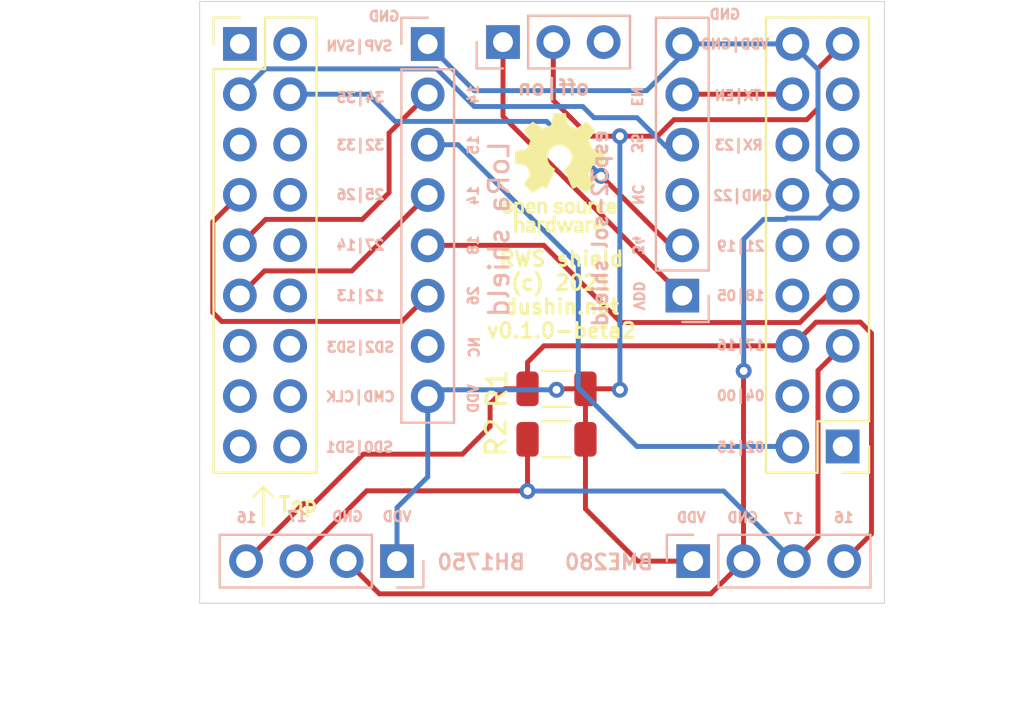
<source format=kicad_pcb>
(kicad_pcb (version 20171130) (host pcbnew "(5.1.9-0-10_14)")

  (general
    (thickness 1.6)
    (drawings 52)
    (tracks 121)
    (zones 0)
    (modules 10)
    (nets 40)
  )

  (page A4)
  (layers
    (0 F.Cu signal)
    (31 B.Cu signal)
    (32 B.Adhes user)
    (33 F.Adhes user)
    (34 B.Paste user)
    (35 F.Paste user)
    (36 B.SilkS user)
    (37 F.SilkS user)
    (38 B.Mask user)
    (39 F.Mask user)
    (40 Dwgs.User user)
    (41 Cmts.User user)
    (42 Eco1.User user)
    (43 Eco2.User user)
    (44 Edge.Cuts user)
    (45 Margin user)
    (46 B.CrtYd user)
    (47 F.CrtYd user)
    (48 B.Fab user)
    (49 F.Fab user)
  )

  (setup
    (last_trace_width 0.25)
    (trace_clearance 0.2)
    (zone_clearance 0.508)
    (zone_45_only no)
    (trace_min 0.2)
    (via_size 0.8)
    (via_drill 0.4)
    (via_min_size 0.4)
    (via_min_drill 0.3)
    (uvia_size 0.3)
    (uvia_drill 0.1)
    (uvias_allowed no)
    (uvia_min_size 0.2)
    (uvia_min_drill 0.1)
    (edge_width 0.05)
    (segment_width 0.2)
    (pcb_text_width 0.3)
    (pcb_text_size 1.5 1.5)
    (mod_edge_width 0.12)
    (mod_text_size 1 1)
    (mod_text_width 0.15)
    (pad_size 1.524 1.524)
    (pad_drill 0.762)
    (pad_to_mask_clearance 0)
    (aux_axis_origin 0 0)
    (grid_origin 132.7404 108.0516)
    (visible_elements FFFFFF7F)
    (pcbplotparams
      (layerselection 0x010fc_ffffffff)
      (usegerberextensions false)
      (usegerberattributes true)
      (usegerberadvancedattributes true)
      (creategerberjobfile true)
      (excludeedgelayer true)
      (linewidth 0.100000)
      (plotframeref false)
      (viasonmask false)
      (mode 1)
      (useauxorigin false)
      (hpglpennumber 1)
      (hpglpenspeed 20)
      (hpglpendiameter 15.000000)
      (psnegative false)
      (psa4output false)
      (plotreference true)
      (plotvalue true)
      (plotinvisibletext false)
      (padsonsilk false)
      (subtractmaskfromsilk false)
      (outputformat 1)
      (mirror false)
      (drillshape 1)
      (scaleselection 1)
      (outputdirectory ""))
  )

  (net 0 "")
  (net 1 /VDD)
  (net 2 /EN)
  (net 3 /IO34)
  (net 4 /IO35)
  (net 5 /IO32)
  (net 6 /IO33)
  (net 7 /IO25)
  (net 8 /IO26)
  (net 9 /IO27)
  (net 10 /IO14)
  (net 11 /IO12)
  (net 12 /IO13)
  (net 13 /SD2)
  (net 14 /SD3)
  (net 15 /IO22)
  (net 16 /IO21)
  (net 17 /IO23)
  (net 18 /IO19)
  (net 19 /IO18)
  (net 20 /IO5)
  (net 21 /IO17)
  (net 22 /IO16)
  (net 23 /IO4)
  (net 24 /IO0)
  (net 25 /IO2)
  (net 26 /IO15)
  (net 27 /SD1)
  (net 28 /SDO)
  (net 29 /CLK)
  (net 30 /CMD)
  (net 31 /GND)
  (net 32 /SVP)
  (net 33 /SVN)
  (net 34 /TXD)
  (net 35 /RXD)
  (net 36 "Net-(J6-Pad7)")
  (net 37 /VDD-IN)
  (net 38 "Net-(J7-Pad3)")
  (net 39 "Net-(J5-Pad3)")

  (net_class Default "This is the default net class."
    (clearance 0.2)
    (trace_width 0.25)
    (via_dia 0.8)
    (via_drill 0.4)
    (uvia_dia 0.3)
    (uvia_drill 0.1)
    (add_net /CLK)
    (add_net /CMD)
    (add_net /EN)
    (add_net /GND)
    (add_net /IO0)
    (add_net /IO12)
    (add_net /IO13)
    (add_net /IO14)
    (add_net /IO15)
    (add_net /IO16)
    (add_net /IO17)
    (add_net /IO18)
    (add_net /IO19)
    (add_net /IO2)
    (add_net /IO21)
    (add_net /IO22)
    (add_net /IO23)
    (add_net /IO25)
    (add_net /IO26)
    (add_net /IO27)
    (add_net /IO32)
    (add_net /IO33)
    (add_net /IO34)
    (add_net /IO35)
    (add_net /IO4)
    (add_net /IO5)
    (add_net /RXD)
    (add_net /SD1)
    (add_net /SD2)
    (add_net /SD3)
    (add_net /SDO)
    (add_net /SVN)
    (add_net /SVP)
    (add_net /TXD)
    (add_net /VDD)
    (add_net /VDD-IN)
    (add_net "Net-(J5-Pad3)")
    (add_net "Net-(J6-Pad7)")
    (add_net "Net-(J7-Pad3)")
  )

  (module Resistor_SMD:R_1206_3216Metric (layer F.Cu) (tedit 5F68FEEE) (tstamp 61A5269C)
    (at 143.4904 108.3516 180)
    (descr "Resistor SMD 1206 (3216 Metric), square (rectangular) end terminal, IPC_7351 nominal, (Body size source: IPC-SM-782 page 72, https://www.pcb-3d.com/wordpress/wp-content/uploads/ipc-sm-782a_amendment_1_and_2.pdf), generated with kicad-footprint-generator")
    (tags resistor)
    (path /61A919CB)
    (attr smd)
    (fp_text reference R2 (at 3.05 0.1 270) (layer F.SilkS)
      (effects (font (size 1 1) (thickness 0.15)))
    )
    (fp_text value 10k (at 0 1.82) (layer F.Fab) hide
      (effects (font (size 1 1) (thickness 0.15)))
    )
    (fp_line (start -1.6 0.8) (end -1.6 -0.8) (layer F.Fab) (width 0.1))
    (fp_line (start -1.6 -0.8) (end 1.6 -0.8) (layer F.Fab) (width 0.1))
    (fp_line (start 1.6 -0.8) (end 1.6 0.8) (layer F.Fab) (width 0.1))
    (fp_line (start 1.6 0.8) (end -1.6 0.8) (layer F.Fab) (width 0.1))
    (fp_line (start -0.727064 -0.91) (end 0.727064 -0.91) (layer F.SilkS) (width 0.12))
    (fp_line (start -0.727064 0.91) (end 0.727064 0.91) (layer F.SilkS) (width 0.12))
    (fp_line (start -2.28 1.12) (end -2.28 -1.12) (layer F.CrtYd) (width 0.05))
    (fp_line (start -2.28 -1.12) (end 2.28 -1.12) (layer F.CrtYd) (width 0.05))
    (fp_line (start 2.28 -1.12) (end 2.28 1.12) (layer F.CrtYd) (width 0.05))
    (fp_line (start 2.28 1.12) (end -2.28 1.12) (layer F.CrtYd) (width 0.05))
    (fp_text user %R (at 0 0) (layer F.Fab)
      (effects (font (size 0.8 0.8) (thickness 0.12)))
    )
    (pad 2 smd roundrect (at 1.4625 0 180) (size 1.125 1.75) (layers F.Cu F.Paste F.Mask) (roundrect_rratio 0.222222)
      (net 21 /IO17))
    (pad 1 smd roundrect (at -1.4625 0 180) (size 1.125 1.75) (layers F.Cu F.Paste F.Mask) (roundrect_rratio 0.222222)
      (net 1 /VDD))
    (model ${KISYS3DMOD}/Resistor_SMD.3dshapes/R_1206_3216Metric.wrl
      (at (xyz 0 0 0))
      (scale (xyz 1 1 1))
      (rotate (xyz 0 0 0))
    )
  )

  (module Resistor_SMD:R_1206_3216Metric (layer F.Cu) (tedit 5F68FEEE) (tstamp 61B66201)
    (at 143.4904 105.8016 180)
    (descr "Resistor SMD 1206 (3216 Metric), square (rectangular) end terminal, IPC_7351 nominal, (Body size source: IPC-SM-782 page 72, https://www.pcb-3d.com/wordpress/wp-content/uploads/ipc-sm-782a_amendment_1_and_2.pdf), generated with kicad-footprint-generator")
    (tags resistor)
    (path /61A90BE3)
    (attr smd)
    (fp_text reference R1 (at 3 0 270) (layer F.SilkS)
      (effects (font (size 1 1) (thickness 0.15)))
    )
    (fp_text value 10k (at 0 1.82) (layer F.Fab) hide
      (effects (font (size 1 1) (thickness 0.15)))
    )
    (fp_line (start -1.6 0.8) (end -1.6 -0.8) (layer F.Fab) (width 0.1))
    (fp_line (start -1.6 -0.8) (end 1.6 -0.8) (layer F.Fab) (width 0.1))
    (fp_line (start 1.6 -0.8) (end 1.6 0.8) (layer F.Fab) (width 0.1))
    (fp_line (start 1.6 0.8) (end -1.6 0.8) (layer F.Fab) (width 0.1))
    (fp_line (start -0.727064 -0.91) (end 0.727064 -0.91) (layer F.SilkS) (width 0.12))
    (fp_line (start -0.727064 0.91) (end 0.727064 0.91) (layer F.SilkS) (width 0.12))
    (fp_line (start -2.28 1.12) (end -2.28 -1.12) (layer F.CrtYd) (width 0.05))
    (fp_line (start -2.28 -1.12) (end 2.28 -1.12) (layer F.CrtYd) (width 0.05))
    (fp_line (start 2.28 -1.12) (end 2.28 1.12) (layer F.CrtYd) (width 0.05))
    (fp_line (start 2.28 1.12) (end -2.28 1.12) (layer F.CrtYd) (width 0.05))
    (fp_text user %R (at 0 0) (layer F.Fab)
      (effects (font (size 0.8 0.8) (thickness 0.12)))
    )
    (pad 2 smd roundrect (at 1.4625 0 180) (size 1.125 1.75) (layers F.Cu F.Paste F.Mask) (roundrect_rratio 0.222222)
      (net 22 /IO16))
    (pad 1 smd roundrect (at -1.4625 0 180) (size 1.125 1.75) (layers F.Cu F.Paste F.Mask) (roundrect_rratio 0.222222)
      (net 1 /VDD))
    (model ${KISYS3DMOD}/Resistor_SMD.3dshapes/R_1206_3216Metric.wrl
      (at (xyz 0 0 0))
      (scale (xyz 1 1 1))
      (rotate (xyz 0 0 0))
    )
  )

  (module Connector_PinSocket_2.54mm:PinSocket_1x03_P2.54mm_Vertical (layer B.Cu) (tedit 5A19A429) (tstamp 61A5267A)
    (at 140.7904 88.3016 270)
    (descr "Through hole straight socket strip, 1x03, 2.54mm pitch, single row (from Kicad 4.0.7), script generated")
    (tags "Through hole socket strip THT 1x03 2.54mm single row")
    (path /61A9796D)
    (fp_text reference J7 (at 0 2.77 90) (layer B.SilkS) hide
      (effects (font (size 1 1) (thickness 0.15)) (justify mirror))
    )
    (fp_text value off|on (at 2.3 -2.55) (layer B.SilkS)
      (effects (font (size 0.75 0.75) (thickness 0.15)) (justify mirror))
    )
    (fp_line (start -1.27 1.27) (end 0.635 1.27) (layer B.Fab) (width 0.1))
    (fp_line (start 0.635 1.27) (end 1.27 0.635) (layer B.Fab) (width 0.1))
    (fp_line (start 1.27 0.635) (end 1.27 -6.35) (layer B.Fab) (width 0.1))
    (fp_line (start 1.27 -6.35) (end -1.27 -6.35) (layer B.Fab) (width 0.1))
    (fp_line (start -1.27 -6.35) (end -1.27 1.27) (layer B.Fab) (width 0.1))
    (fp_line (start -1.33 -1.27) (end 1.33 -1.27) (layer B.SilkS) (width 0.12))
    (fp_line (start -1.33 -1.27) (end -1.33 -6.41) (layer B.SilkS) (width 0.12))
    (fp_line (start -1.33 -6.41) (end 1.33 -6.41) (layer B.SilkS) (width 0.12))
    (fp_line (start 1.33 -1.27) (end 1.33 -6.41) (layer B.SilkS) (width 0.12))
    (fp_line (start 1.33 1.33) (end 1.33 0) (layer B.SilkS) (width 0.12))
    (fp_line (start 0 1.33) (end 1.33 1.33) (layer B.SilkS) (width 0.12))
    (fp_line (start -1.8 1.8) (end 1.75 1.8) (layer B.CrtYd) (width 0.05))
    (fp_line (start 1.75 1.8) (end 1.75 -6.85) (layer B.CrtYd) (width 0.05))
    (fp_line (start 1.75 -6.85) (end -1.8 -6.85) (layer B.CrtYd) (width 0.05))
    (fp_line (start -1.8 -6.85) (end -1.8 1.8) (layer B.CrtYd) (width 0.05))
    (fp_text user %R (at 0 -2.54 180) (layer B.Fab) hide
      (effects (font (size 1 1) (thickness 0.15)) (justify mirror))
    )
    (pad 3 thru_hole oval (at 0 -5.08 270) (size 1.7 1.7) (drill 1) (layers *.Cu *.Mask)
      (net 38 "Net-(J7-Pad3)"))
    (pad 2 thru_hole oval (at 0 -2.54 270) (size 1.7 1.7) (drill 1) (layers *.Cu *.Mask)
      (net 1 /VDD))
    (pad 1 thru_hole rect (at 0 0 270) (size 1.7 1.7) (drill 1) (layers *.Cu *.Mask)
      (net 37 /VDD-IN))
    (model ${KISYS3DMOD}/Connector_PinSocket_2.54mm.3dshapes/PinSocket_1x03_P2.54mm_Vertical.wrl
      (at (xyz 0 0 0))
      (scale (xyz 1 1 1))
      (rotate (xyz 0 0 0))
    )
  )

  (module Connector_PinSocket_2.54mm:PinSocket_1x08_P2.54mm_Vertical (layer B.Cu) (tedit 5A19A420) (tstamp 619E50F4)
    (at 136.9904 88.4016 180)
    (descr "Through hole straight socket strip, 1x08, 2.54mm pitch, single row (from Kicad 4.0.7), script generated")
    (tags "Through hole socket strip THT 1x08 2.54mm single row")
    (path /61A3C581)
    (fp_text reference J6 (at 0 2.77) (layer B.SilkS) hide
      (effects (font (size 1 1) (thickness 0.15)) (justify mirror))
    )
    (fp_text value "LoRa shield" (at -3.6 -9.35 90) (layer B.SilkS)
      (effects (font (size 1 1) (thickness 0.15)) (justify mirror))
    )
    (fp_line (start -1.8 -19.55) (end -1.8 1.8) (layer B.CrtYd) (width 0.05))
    (fp_line (start 1.75 -19.55) (end -1.8 -19.55) (layer B.CrtYd) (width 0.05))
    (fp_line (start 1.75 1.8) (end 1.75 -19.55) (layer B.CrtYd) (width 0.05))
    (fp_line (start -1.8 1.8) (end 1.75 1.8) (layer B.CrtYd) (width 0.05))
    (fp_line (start 0 1.33) (end 1.33 1.33) (layer B.SilkS) (width 0.12))
    (fp_line (start 1.33 1.33) (end 1.33 0) (layer B.SilkS) (width 0.12))
    (fp_line (start 1.33 -1.27) (end 1.33 -19.11) (layer B.SilkS) (width 0.12))
    (fp_line (start -1.33 -19.11) (end 1.33 -19.11) (layer B.SilkS) (width 0.12))
    (fp_line (start -1.33 -1.27) (end -1.33 -19.11) (layer B.SilkS) (width 0.12))
    (fp_line (start -1.33 -1.27) (end 1.33 -1.27) (layer B.SilkS) (width 0.12))
    (fp_line (start -1.27 -19.05) (end -1.27 1.27) (layer B.Fab) (width 0.1))
    (fp_line (start 1.27 -19.05) (end -1.27 -19.05) (layer B.Fab) (width 0.1))
    (fp_line (start 1.27 0.635) (end 1.27 -19.05) (layer B.Fab) (width 0.1))
    (fp_line (start 0.635 1.27) (end 1.27 0.635) (layer B.Fab) (width 0.1))
    (fp_line (start -1.27 1.27) (end 0.635 1.27) (layer B.Fab) (width 0.1))
    (fp_text user %R (at 0 -8.89 270) (layer B.Fab) hide
      (effects (font (size 1 1) (thickness 0.15)) (justify mirror))
    )
    (pad 8 thru_hole oval (at 0 -17.78 180) (size 1.7 1.7) (drill 1) (layers *.Cu *.Mask)
      (net 1 /VDD))
    (pad 7 thru_hole oval (at 0 -15.24 180) (size 1.7 1.7) (drill 1) (layers *.Cu *.Mask)
      (net 36 "Net-(J6-Pad7)"))
    (pad 6 thru_hole oval (at 0 -12.7 180) (size 1.7 1.7) (drill 1) (layers *.Cu *.Mask)
      (net 8 /IO26))
    (pad 5 thru_hole oval (at 0 -10.16 180) (size 1.7 1.7) (drill 1) (layers *.Cu *.Mask)
      (net 19 /IO18))
    (pad 4 thru_hole oval (at 0 -7.62 180) (size 1.7 1.7) (drill 1) (layers *.Cu *.Mask)
      (net 12 /IO13))
    (pad 3 thru_hole oval (at 0 -5.08 180) (size 1.7 1.7) (drill 1) (layers *.Cu *.Mask)
      (net 26 /IO15))
    (pad 2 thru_hole oval (at 0 -2.54 180) (size 1.7 1.7) (drill 1) (layers *.Cu *.Mask)
      (net 10 /IO14))
    (pad 1 thru_hole rect (at 0 0 180) (size 1.7 1.7) (drill 1) (layers *.Cu *.Mask)
      (net 31 /GND))
    (model ${KISYS3DMOD}/Connector_PinSocket_2.54mm.3dshapes/PinSocket_1x08_P2.54mm_Vertical.wrl
      (at (xyz 0 0 0))
      (scale (xyz 1 1 1))
      (rotate (xyz 0 0 0))
    )
  )

  (module Connector_PinSocket_2.54mm:PinSocket_1x06_P2.54mm_Vertical (layer B.Cu) (tedit 5A19A430) (tstamp 619E50D8)
    (at 149.8404 101.1016)
    (descr "Through hole straight socket strip, 1x06, 2.54mm pitch, single row (from Kicad 4.0.7), script generated")
    (tags "Through hole socket strip THT 1x06 2.54mm single row")
    (path /61A3BB44)
    (fp_text reference J5 (at 0 2.77) (layer B.SilkS) hide
      (effects (font (size 1 1) (thickness 0.15)) (justify mirror))
    )
    (fp_text value "esp32-sol shield" (at -4.15 -3.4 90) (layer B.SilkS)
      (effects (font (size 0.75 0.75) (thickness 0.15)) (justify mirror))
    )
    (fp_line (start -1.8 -14.45) (end -1.8 1.8) (layer B.CrtYd) (width 0.05))
    (fp_line (start 1.75 -14.45) (end -1.8 -14.45) (layer B.CrtYd) (width 0.05))
    (fp_line (start 1.75 1.8) (end 1.75 -14.45) (layer B.CrtYd) (width 0.05))
    (fp_line (start -1.8 1.8) (end 1.75 1.8) (layer B.CrtYd) (width 0.05))
    (fp_line (start 0 1.33) (end 1.33 1.33) (layer B.SilkS) (width 0.12))
    (fp_line (start 1.33 1.33) (end 1.33 0) (layer B.SilkS) (width 0.12))
    (fp_line (start 1.33 -1.27) (end 1.33 -14.03) (layer B.SilkS) (width 0.12))
    (fp_line (start -1.33 -14.03) (end 1.33 -14.03) (layer B.SilkS) (width 0.12))
    (fp_line (start -1.33 -1.27) (end -1.33 -14.03) (layer B.SilkS) (width 0.12))
    (fp_line (start -1.33 -1.27) (end 1.33 -1.27) (layer B.SilkS) (width 0.12))
    (fp_line (start -1.27 -13.97) (end -1.27 1.27) (layer B.Fab) (width 0.1))
    (fp_line (start 1.27 -13.97) (end -1.27 -13.97) (layer B.Fab) (width 0.1))
    (fp_line (start 1.27 0.635) (end 1.27 -13.97) (layer B.Fab) (width 0.1))
    (fp_line (start 0.635 1.27) (end 1.27 0.635) (layer B.Fab) (width 0.1))
    (fp_line (start -1.27 1.27) (end 0.635 1.27) (layer B.Fab) (width 0.1))
    (fp_text user %R (at 0 -6.35 270) (layer B.Fab) hide
      (effects (font (size 1 1) (thickness 0.15)) (justify mirror))
    )
    (pad 6 thru_hole oval (at 0 -12.7) (size 1.7 1.7) (drill 1) (layers *.Cu *.Mask)
      (net 31 /GND))
    (pad 5 thru_hole oval (at 0 -10.16) (size 1.7 1.7) (drill 1) (layers *.Cu *.Mask)
      (net 2 /EN))
    (pad 4 thru_hole oval (at 0 -7.62) (size 1.7 1.7) (drill 1) (layers *.Cu *.Mask)
      (net 4 /IO35))
    (pad 3 thru_hole oval (at 0 -5.08) (size 1.7 1.7) (drill 1) (layers *.Cu *.Mask)
      (net 39 "Net-(J5-Pad3)"))
    (pad 2 thru_hole oval (at 0 -2.54) (size 1.7 1.7) (drill 1) (layers *.Cu *.Mask)
      (net 3 /IO34))
    (pad 1 thru_hole rect (at 0 0) (size 1.7 1.7) (drill 1) (layers *.Cu *.Mask)
      (net 37 /VDD-IN))
    (model ${KISYS3DMOD}/Connector_PinSocket_2.54mm.3dshapes/PinSocket_1x06_P2.54mm_Vertical.wrl
      (at (xyz 0 0 0))
      (scale (xyz 1 1 1))
      (rotate (xyz 0 0 0))
    )
  )

  (module Connector_PinHeader_2.54mm:PinHeader_1x04_P2.54mm_Vertical (layer B.Cu) (tedit 59FED5CC) (tstamp 619E4657)
    (at 150.3904 114.5016 270)
    (descr "Through hole straight pin header, 1x04, 2.54mm pitch, single row")
    (tags "Through hole pin header THT 1x04 2.54mm single row")
    (path /61A43E67)
    (fp_text reference J4 (at 0 2.33 270) (layer B.SilkS) hide
      (effects (font (size 1 1) (thickness 0.15)) (justify mirror))
    )
    (fp_text value BME280 (at 0.05 4.25) (layer B.SilkS)
      (effects (font (size 0.75 0.75) (thickness 0.15)) (justify mirror))
    )
    (fp_line (start 1.8 1.8) (end -1.8 1.8) (layer B.CrtYd) (width 0.05))
    (fp_line (start 1.8 -9.4) (end 1.8 1.8) (layer B.CrtYd) (width 0.05))
    (fp_line (start -1.8 -9.4) (end 1.8 -9.4) (layer B.CrtYd) (width 0.05))
    (fp_line (start -1.8 1.8) (end -1.8 -9.4) (layer B.CrtYd) (width 0.05))
    (fp_line (start -1.33 1.33) (end 0 1.33) (layer B.SilkS) (width 0.12))
    (fp_line (start -1.33 0) (end -1.33 1.33) (layer B.SilkS) (width 0.12))
    (fp_line (start -1.33 -1.27) (end 1.33 -1.27) (layer B.SilkS) (width 0.12))
    (fp_line (start 1.33 -1.27) (end 1.33 -8.95) (layer B.SilkS) (width 0.12))
    (fp_line (start -1.33 -1.27) (end -1.33 -8.95) (layer B.SilkS) (width 0.12))
    (fp_line (start -1.33 -8.95) (end 1.33 -8.95) (layer B.SilkS) (width 0.12))
    (fp_line (start -1.27 0.635) (end -0.635 1.27) (layer B.Fab) (width 0.1))
    (fp_line (start -1.27 -8.89) (end -1.27 0.635) (layer B.Fab) (width 0.1))
    (fp_line (start 1.27 -8.89) (end -1.27 -8.89) (layer B.Fab) (width 0.1))
    (fp_line (start 1.27 1.27) (end 1.27 -8.89) (layer B.Fab) (width 0.1))
    (fp_line (start -0.635 1.27) (end 1.27 1.27) (layer B.Fab) (width 0.1))
    (fp_text user %R (at 0 -3.81) (layer B.Fab) hide
      (effects (font (size 1 1) (thickness 0.15)) (justify mirror))
    )
    (pad 4 thru_hole oval (at 0 -7.62 270) (size 1.7 1.7) (drill 1) (layers *.Cu *.Mask)
      (net 22 /IO16))
    (pad 3 thru_hole oval (at 0 -5.08 270) (size 1.7 1.7) (drill 1) (layers *.Cu *.Mask)
      (net 21 /IO17))
    (pad 2 thru_hole oval (at 0 -2.54 270) (size 1.7 1.7) (drill 1) (layers *.Cu *.Mask)
      (net 31 /GND))
    (pad 1 thru_hole rect (at 0 0 270) (size 1.7 1.7) (drill 1) (layers *.Cu *.Mask)
      (net 1 /VDD))
    (model ${KISYS3DMOD}/Connector_PinHeader_2.54mm.3dshapes/PinHeader_1x04_P2.54mm_Vertical.wrl
      (at (xyz 0 0 0))
      (scale (xyz 1 1 1))
      (rotate (xyz 0 0 0))
    )
  )

  (module Connector_PinHeader_2.54mm:PinHeader_1x04_P2.54mm_Vertical (layer B.Cu) (tedit 59FED5CC) (tstamp 619E463F)
    (at 135.4404 114.5016 90)
    (descr "Through hole straight pin header, 1x04, 2.54mm pitch, single row")
    (tags "Through hole pin header THT 1x04 2.54mm single row")
    (path /61A45A86)
    (fp_text reference J3 (at 0 2.33 270) (layer B.SilkS) hide
      (effects (font (size 1 1) (thickness 0.15)) (justify mirror))
    )
    (fp_text value BH1750 (at -0.05 4.25) (layer B.SilkS)
      (effects (font (size 0.75 0.75) (thickness 0.15)) (justify mirror))
    )
    (fp_line (start 1.8 1.8) (end -1.8 1.8) (layer B.CrtYd) (width 0.05))
    (fp_line (start 1.8 -9.4) (end 1.8 1.8) (layer B.CrtYd) (width 0.05))
    (fp_line (start -1.8 -9.4) (end 1.8 -9.4) (layer B.CrtYd) (width 0.05))
    (fp_line (start -1.8 1.8) (end -1.8 -9.4) (layer B.CrtYd) (width 0.05))
    (fp_line (start -1.33 1.33) (end 0 1.33) (layer B.SilkS) (width 0.12))
    (fp_line (start -1.33 0) (end -1.33 1.33) (layer B.SilkS) (width 0.12))
    (fp_line (start -1.33 -1.27) (end 1.33 -1.27) (layer B.SilkS) (width 0.12))
    (fp_line (start 1.33 -1.27) (end 1.33 -8.95) (layer B.SilkS) (width 0.12))
    (fp_line (start -1.33 -1.27) (end -1.33 -8.95) (layer B.SilkS) (width 0.12))
    (fp_line (start -1.33 -8.95) (end 1.33 -8.95) (layer B.SilkS) (width 0.12))
    (fp_line (start -1.27 0.635) (end -0.635 1.27) (layer B.Fab) (width 0.1))
    (fp_line (start -1.27 -8.89) (end -1.27 0.635) (layer B.Fab) (width 0.1))
    (fp_line (start 1.27 -8.89) (end -1.27 -8.89) (layer B.Fab) (width 0.1))
    (fp_line (start 1.27 1.27) (end 1.27 -8.89) (layer B.Fab) (width 0.1))
    (fp_line (start -0.635 1.27) (end 1.27 1.27) (layer B.Fab) (width 0.1))
    (fp_text user %R (at 0 -3.81) (layer B.Fab) hide
      (effects (font (size 1 1) (thickness 0.15)) (justify mirror))
    )
    (pad 4 thru_hole oval (at 0 -7.62 90) (size 1.7 1.7) (drill 1) (layers *.Cu *.Mask)
      (net 22 /IO16))
    (pad 3 thru_hole oval (at 0 -5.08 90) (size 1.7 1.7) (drill 1) (layers *.Cu *.Mask)
      (net 21 /IO17))
    (pad 2 thru_hole oval (at 0 -2.54 90) (size 1.7 1.7) (drill 1) (layers *.Cu *.Mask)
      (net 31 /GND))
    (pad 1 thru_hole rect (at 0 0 90) (size 1.7 1.7) (drill 1) (layers *.Cu *.Mask)
      (net 1 /VDD))
    (model ${KISYS3DMOD}/Connector_PinHeader_2.54mm.3dshapes/PinHeader_1x04_P2.54mm_Vertical.wrl
      (at (xyz 0 0 0))
      (scale (xyz 1 1 1))
      (rotate (xyz 0 0 0))
    )
  )

  (module Symbol:OSHW-Logo_5.7x6mm_SilkScreen (layer F.Cu) (tedit 0) (tstamp 618880CD)
    (at 143.6404 94.9016)
    (descr "Open Source Hardware Logo")
    (tags "Logo OSHW")
    (attr virtual)
    (fp_text reference REF** (at 0 0) (layer F.SilkS) hide
      (effects (font (size 1 1) (thickness 0.15)))
    )
    (fp_text value OSHW-Logo_5.7x6mm_SilkScreen (at 0.75 0) (layer F.Fab) hide
      (effects (font (size 1 1) (thickness 0.15)))
    )
    (fp_poly (pts (xy 0.376964 -2.709982) (xy 0.433812 -2.40843) (xy 0.853338 -2.235488) (xy 1.104984 -2.406605)
      (xy 1.175458 -2.45425) (xy 1.239163 -2.49679) (xy 1.293126 -2.532285) (xy 1.334373 -2.55879)
      (xy 1.359934 -2.574364) (xy 1.366895 -2.577722) (xy 1.379435 -2.569086) (xy 1.406231 -2.545208)
      (xy 1.44428 -2.509141) (xy 1.490579 -2.463933) (xy 1.542123 -2.412636) (xy 1.595909 -2.358299)
      (xy 1.648935 -2.303972) (xy 1.698195 -2.252705) (xy 1.740687 -2.207549) (xy 1.773407 -2.171554)
      (xy 1.793351 -2.14777) (xy 1.798119 -2.13981) (xy 1.791257 -2.125135) (xy 1.77202 -2.092986)
      (xy 1.74243 -2.046508) (xy 1.70451 -1.988844) (xy 1.660282 -1.92314) (xy 1.634654 -1.885664)
      (xy 1.587941 -1.817232) (xy 1.546432 -1.75548) (xy 1.51214 -1.703481) (xy 1.48708 -1.664308)
      (xy 1.473264 -1.641035) (xy 1.471188 -1.636145) (xy 1.475895 -1.622245) (xy 1.488723 -1.58985)
      (xy 1.507738 -1.543515) (xy 1.531003 -1.487794) (xy 1.556584 -1.427242) (xy 1.582545 -1.366414)
      (xy 1.60695 -1.309864) (xy 1.627863 -1.262148) (xy 1.643349 -1.227819) (xy 1.651472 -1.211432)
      (xy 1.651952 -1.210788) (xy 1.664707 -1.207659) (xy 1.698677 -1.200679) (xy 1.75034 -1.190533)
      (xy 1.816176 -1.177908) (xy 1.892664 -1.163491) (xy 1.93729 -1.155177) (xy 2.019021 -1.139616)
      (xy 2.092843 -1.124808) (xy 2.155021 -1.111564) (xy 2.201822 -1.100695) (xy 2.229509 -1.093011)
      (xy 2.235074 -1.090573) (xy 2.240526 -1.07407) (xy 2.244924 -1.0368) (xy 2.248272 -0.98312)
      (xy 2.250574 -0.917388) (xy 2.251832 -0.843963) (xy 2.252048 -0.767204) (xy 2.251227 -0.691468)
      (xy 2.249371 -0.621114) (xy 2.246482 -0.5605) (xy 2.242565 -0.513984) (xy 2.237622 -0.485925)
      (xy 2.234657 -0.480084) (xy 2.216934 -0.473083) (xy 2.179381 -0.463073) (xy 2.126964 -0.451231)
      (xy 2.064652 -0.438733) (xy 2.0429 -0.43469) (xy 1.938024 -0.41548) (xy 1.85518 -0.400009)
      (xy 1.79163 -0.387663) (xy 1.744637 -0.377827) (xy 1.711463 -0.369886) (xy 1.689371 -0.363224)
      (xy 1.675624 -0.357227) (xy 1.667484 -0.351281) (xy 1.666345 -0.350106) (xy 1.654977 -0.331174)
      (xy 1.637635 -0.294331) (xy 1.61605 -0.244087) (xy 1.591954 -0.184954) (xy 1.567079 -0.121444)
      (xy 1.543157 -0.058068) (xy 1.521919 0.000662) (xy 1.505097 0.050235) (xy 1.494422 0.086139)
      (xy 1.491627 0.103862) (xy 1.49186 0.104483) (xy 1.501331 0.11897) (xy 1.522818 0.150844)
      (xy 1.554063 0.196789) (xy 1.592807 0.253485) (xy 1.636793 0.317617) (xy 1.649319 0.335842)
      (xy 1.693984 0.401914) (xy 1.733288 0.4622) (xy 1.765088 0.513235) (xy 1.787245 0.55156)
      (xy 1.797617 0.573711) (xy 1.798119 0.576432) (xy 1.789405 0.590736) (xy 1.765325 0.619072)
      (xy 1.728976 0.658396) (xy 1.683453 0.705661) (xy 1.631852 0.757823) (xy 1.577267 0.811835)
      (xy 1.522794 0.864653) (xy 1.471529 0.913231) (xy 1.426567 0.954523) (xy 1.391004 0.985485)
      (xy 1.367935 1.00307) (xy 1.361554 1.005941) (xy 1.346699 0.999178) (xy 1.316286 0.980939)
      (xy 1.275268 0.954297) (xy 1.243709 0.932852) (xy 1.186525 0.893503) (xy 1.118806 0.847171)
      (xy 1.05088 0.800913) (xy 1.014361 0.776155) (xy 0.890752 0.692547) (xy 0.786991 0.74865)
      (xy 0.73972 0.773228) (xy 0.699523 0.792331) (xy 0.672326 0.803227) (xy 0.665402 0.804743)
      (xy 0.657077 0.793549) (xy 0.640654 0.761917) (xy 0.617357 0.712765) (xy 0.588414 0.64901)
      (xy 0.55505 0.573571) (xy 0.518491 0.489364) (xy 0.479964 0.399308) (xy 0.440694 0.306321)
      (xy 0.401908 0.21332) (xy 0.36483 0.123223) (xy 0.330689 0.038948) (xy 0.300708 -0.036587)
      (xy 0.276116 -0.100466) (xy 0.258136 -0.149769) (xy 0.247997 -0.181579) (xy 0.246366 -0.192504)
      (xy 0.259291 -0.206439) (xy 0.287589 -0.22906) (xy 0.325346 -0.255667) (xy 0.328515 -0.257772)
      (xy 0.4261 -0.335886) (xy 0.504786 -0.427018) (xy 0.563891 -0.528255) (xy 0.602732 -0.636682)
      (xy 0.620628 -0.749386) (xy 0.616897 -0.863452) (xy 0.590857 -0.975966) (xy 0.541825 -1.084015)
      (xy 0.5274 -1.107655) (xy 0.452369 -1.203113) (xy 0.36373 -1.279768) (xy 0.264549 -1.33722)
      (xy 0.157895 -1.375071) (xy 0.046836 -1.392922) (xy -0.065561 -1.390375) (xy -0.176227 -1.36703)
      (xy -0.282094 -1.32249) (xy -0.380095 -1.256355) (xy -0.41041 -1.229513) (xy -0.487562 -1.145488)
      (xy -0.543782 -1.057034) (xy -0.582347 -0.957885) (xy -0.603826 -0.859697) (xy -0.609128 -0.749303)
      (xy -0.591448 -0.63836) (xy -0.552581 -0.530619) (xy -0.494323 -0.429831) (xy -0.418469 -0.339744)
      (xy -0.326817 -0.264108) (xy -0.314772 -0.256136) (xy -0.276611 -0.230026) (xy -0.247601 -0.207405)
      (xy -0.233732 -0.192961) (xy -0.233531 -0.192504) (xy -0.236508 -0.176879) (xy -0.248311 -0.141418)
      (xy -0.267714 -0.089038) (xy -0.293488 -0.022655) (xy -0.324409 0.054814) (xy -0.359249 0.14045)
      (xy -0.396783 0.231337) (xy -0.435783 0.324559) (xy -0.475023 0.417197) (xy -0.513276 0.506335)
      (xy -0.549317 0.589055) (xy -0.581917 0.662441) (xy -0.609852 0.723575) (xy -0.631895 0.769541)
      (xy -0.646818 0.797421) (xy -0.652828 0.804743) (xy -0.671191 0.799041) (xy -0.705552 0.783749)
      (xy -0.749984 0.761599) (xy -0.774417 0.74865) (xy -0.878178 0.692547) (xy -1.001787 0.776155)
      (xy -1.064886 0.818987) (xy -1.13397 0.866122) (xy -1.198707 0.910503) (xy -1.231134 0.932852)
      (xy -1.276741 0.963477) (xy -1.31536 0.987747) (xy -1.341952 1.002587) (xy -1.35059 1.005724)
      (xy -1.363161 0.997261) (xy -1.390984 0.973636) (xy -1.431361 0.937302) (xy -1.481595 0.890711)
      (xy -1.538988 0.836317) (xy -1.575286 0.801392) (xy -1.63879 0.738996) (xy -1.693673 0.683188)
      (xy -1.737714 0.636354) (xy -1.768695 0.600882) (xy -1.784398 0.579161) (xy -1.785905 0.574752)
      (xy -1.778914 0.557985) (xy -1.759594 0.524082) (xy -1.730091 0.476476) (xy -1.692545 0.418599)
      (xy -1.6491 0.353884) (xy -1.636745 0.335842) (xy -1.591727 0.270267) (xy -1.55134 0.211228)
      (xy -1.51784 0.162042) (xy -1.493486 0.126028) (xy -1.480536 0.106502) (xy -1.479285 0.104483)
      (xy -1.481156 0.088922) (xy -1.491087 0.054709) (xy -1.507347 0.006355) (xy -1.528205 -0.051629)
      (xy -1.551927 -0.11473) (xy -1.576784 -0.178437) (xy -1.601042 -0.238239) (xy -1.622971 -0.289624)
      (xy -1.640838 -0.328081) (xy -1.652913 -0.349098) (xy -1.653771 -0.350106) (xy -1.661154 -0.356112)
      (xy -1.673625 -0.362052) (xy -1.69392 -0.36854) (xy -1.724778 -0.376191) (xy -1.768934 -0.38562)
      (xy -1.829126 -0.397441) (xy -1.908093 -0.412271) (xy -2.00857 -0.430723) (xy -2.030325 -0.43469)
      (xy -2.094802 -0.447147) (xy -2.151011 -0.459334) (xy -2.193987 -0.470074) (xy -2.21876 -0.478191)
      (xy -2.222082 -0.480084) (xy -2.227556 -0.496862) (xy -2.232006 -0.534355) (xy -2.235428 -0.588206)
      (xy -2.237819 -0.654056) (xy -2.239177 -0.727547) (xy -2.239499 -0.80432) (xy -2.238781 -0.880017)
      (xy -2.237021 -0.95028) (xy -2.234216 -1.01075) (xy -2.230362 -1.05707) (xy -2.225457 -1.084881)
      (xy -2.2225 -1.090573) (xy -2.206037 -1.096314) (xy -2.168551 -1.105655) (xy -2.113775 -1.117785)
      (xy -2.045445 -1.131893) (xy -1.967294 -1.14717) (xy -1.924716 -1.155177) (xy -1.843929 -1.170279)
      (xy -1.771887 -1.18396) (xy -1.712111 -1.195533) (xy -1.668121 -1.204313) (xy -1.643439 -1.209613)
      (xy -1.639377 -1.210788) (xy -1.632511 -1.224035) (xy -1.617998 -1.255943) (xy -1.597771 -1.301953)
      (xy -1.573766 -1.357508) (xy -1.547918 -1.418047) (xy -1.52216 -1.479014) (xy -1.498427 -1.535849)
      (xy -1.478654 -1.583994) (xy -1.464776 -1.61889) (xy -1.458726 -1.635979) (xy -1.458614 -1.636726)
      (xy -1.465472 -1.650207) (xy -1.484698 -1.68123) (xy -1.514272 -1.726711) (xy -1.552173 -1.783568)
      (xy -1.59638 -1.848717) (xy -1.622079 -1.886138) (xy -1.668907 -1.954753) (xy -1.710499 -2.017048)
      (xy -1.744825 -2.069871) (xy -1.769857 -2.110073) (xy -1.783565 -2.1345) (xy -1.785544 -2.139976)
      (xy -1.777034 -2.152722) (xy -1.753507 -2.179937) (xy -1.717968 -2.218572) (xy -1.673423 -2.265577)
      (xy -1.622877 -2.317905) (xy -1.569336 -2.372505) (xy -1.515805 -2.42633) (xy -1.465289 -2.47633)
      (xy -1.420794 -2.519457) (xy -1.385325 -2.552661) (xy -1.361887 -2.572894) (xy -1.354046 -2.577722)
      (xy -1.34128 -2.570933) (xy -1.310744 -2.551858) (xy -1.26541 -2.522439) (xy -1.208244 -2.484619)
      (xy -1.142216 -2.440339) (xy -1.09241 -2.406605) (xy -0.840764 -2.235488) (xy -0.631001 -2.321959)
      (xy -0.421237 -2.40843) (xy -0.364389 -2.709982) (xy -0.30754 -3.011534) (xy 0.320115 -3.011534)
      (xy 0.376964 -2.709982)) (layer F.SilkS) (width 0.01))
    (fp_poly (pts (xy 1.79946 1.45803) (xy 1.842711 1.471245) (xy 1.870558 1.487941) (xy 1.879629 1.501145)
      (xy 1.877132 1.516797) (xy 1.860931 1.541385) (xy 1.847232 1.5588) (xy 1.818992 1.590283)
      (xy 1.797775 1.603529) (xy 1.779688 1.602664) (xy 1.726035 1.58901) (xy 1.68663 1.58963)
      (xy 1.654632 1.605104) (xy 1.64389 1.614161) (xy 1.609505 1.646027) (xy 1.609505 2.062179)
      (xy 1.471188 2.062179) (xy 1.471188 1.458614) (xy 1.540347 1.458614) (xy 1.581869 1.460256)
      (xy 1.603291 1.466087) (xy 1.609502 1.477461) (xy 1.609505 1.477798) (xy 1.612439 1.489713)
      (xy 1.625704 1.488159) (xy 1.644084 1.479563) (xy 1.682046 1.463568) (xy 1.712872 1.453945)
      (xy 1.752536 1.451478) (xy 1.79946 1.45803)) (layer F.SilkS) (width 0.01))
    (fp_poly (pts (xy -0.754012 1.469002) (xy -0.722717 1.48395) (xy -0.692409 1.505541) (xy -0.669318 1.530391)
      (xy -0.6525 1.562087) (xy -0.641006 1.604214) (xy -0.633891 1.660358) (xy -0.630207 1.734106)
      (xy -0.629008 1.829044) (xy -0.628989 1.838985) (xy -0.628713 2.062179) (xy -0.76703 2.062179)
      (xy -0.76703 1.856418) (xy -0.767128 1.780189) (xy -0.767809 1.724939) (xy -0.769651 1.686501)
      (xy -0.773233 1.660706) (xy -0.779132 1.643384) (xy -0.787927 1.630368) (xy -0.80018 1.617507)
      (xy -0.843047 1.589873) (xy -0.889843 1.584745) (xy -0.934424 1.602217) (xy -0.949928 1.615221)
      (xy -0.96131 1.627447) (xy -0.969481 1.64054) (xy -0.974974 1.658615) (xy -0.97832 1.685787)
      (xy -0.980051 1.72617) (xy -0.980697 1.783879) (xy -0.980792 1.854132) (xy -0.980792 2.062179)
      (xy -1.119109 2.062179) (xy -1.119109 1.458614) (xy -1.04995 1.458614) (xy -1.008428 1.460256)
      (xy -0.987006 1.466087) (xy -0.980795 1.477461) (xy -0.980792 1.477798) (xy -0.97791 1.488938)
      (xy -0.965199 1.487674) (xy -0.939926 1.475434) (xy -0.882605 1.457424) (xy -0.817037 1.455421)
      (xy -0.754012 1.469002)) (layer F.SilkS) (width 0.01))
    (fp_poly (pts (xy 2.677898 1.456457) (xy 2.710096 1.464279) (xy 2.771825 1.492921) (xy 2.82461 1.536667)
      (xy 2.861141 1.589117) (xy 2.86616 1.600893) (xy 2.873045 1.63174) (xy 2.877864 1.677371)
      (xy 2.879505 1.723492) (xy 2.879505 1.810693) (xy 2.697178 1.810693) (xy 2.621979 1.810978)
      (xy 2.569003 1.812704) (xy 2.535325 1.817181) (xy 2.51802 1.82572) (xy 2.514163 1.83963)
      (xy 2.520829 1.860222) (xy 2.53277 1.884315) (xy 2.56608 1.924525) (xy 2.612368 1.944558)
      (xy 2.668944 1.943905) (xy 2.733031 1.922101) (xy 2.788417 1.895193) (xy 2.834375 1.931532)
      (xy 2.880333 1.967872) (xy 2.837096 2.007819) (xy 2.779374 2.045563) (xy 2.708386 2.06832)
      (xy 2.632029 2.074688) (xy 2.558199 2.063268) (xy 2.546287 2.059393) (xy 2.481399 2.025506)
      (xy 2.43313 1.974986) (xy 2.400465 1.906325) (xy 2.382385 1.818014) (xy 2.382175 1.816121)
      (xy 2.380556 1.719878) (xy 2.3871 1.685542) (xy 2.514852 1.685542) (xy 2.526584 1.690822)
      (xy 2.558438 1.694867) (xy 2.605397 1.697176) (xy 2.635154 1.697525) (xy 2.690648 1.697306)
      (xy 2.725346 1.695916) (xy 2.743601 1.692251) (xy 2.749766 1.68521) (xy 2.748195 1.67369)
      (xy 2.746878 1.669233) (xy 2.724382 1.627355) (xy 2.689003 1.593604) (xy 2.65778 1.578773)
      (xy 2.616301 1.579668) (xy 2.574269 1.598164) (xy 2.539012 1.628786) (xy 2.517854 1.666062)
      (xy 2.514852 1.685542) (xy 2.3871 1.685542) (xy 2.39669 1.635229) (xy 2.428698 1.564191)
      (xy 2.474701 1.508779) (xy 2.532821 1.471009) (xy 2.60118 1.452896) (xy 2.677898 1.456457)) (layer F.SilkS) (width 0.01))
    (fp_poly (pts (xy 2.217226 1.46388) (xy 2.29008 1.49483) (xy 2.313027 1.509895) (xy 2.342354 1.533048)
      (xy 2.360764 1.551253) (xy 2.363961 1.557183) (xy 2.354935 1.57034) (xy 2.331837 1.592667)
      (xy 2.313344 1.60825) (xy 2.262728 1.648926) (xy 2.22276 1.615295) (xy 2.191874 1.593584)
      (xy 2.161759 1.58609) (xy 2.127292 1.58792) (xy 2.072561 1.601528) (xy 2.034886 1.629772)
      (xy 2.011991 1.675433) (xy 2.001597 1.741289) (xy 2.001595 1.741331) (xy 2.002494 1.814939)
      (xy 2.016463 1.868946) (xy 2.044328 1.905716) (xy 2.063325 1.918168) (xy 2.113776 1.933673)
      (xy 2.167663 1.933683) (xy 2.214546 1.918638) (xy 2.225644 1.911287) (xy 2.253476 1.892511)
      (xy 2.275236 1.889434) (xy 2.298704 1.903409) (xy 2.324649 1.92851) (xy 2.365716 1.97088)
      (xy 2.320121 2.008464) (xy 2.249674 2.050882) (xy 2.170233 2.071785) (xy 2.087215 2.070272)
      (xy 2.032694 2.056411) (xy 1.96897 2.022135) (xy 1.918005 1.968212) (xy 1.894851 1.930149)
      (xy 1.876099 1.875536) (xy 1.866715 1.806369) (xy 1.866643 1.731407) (xy 1.875824 1.659409)
      (xy 1.894199 1.599137) (xy 1.897093 1.592958) (xy 1.939952 1.532351) (xy 1.997979 1.488224)
      (xy 2.066591 1.461493) (xy 2.141201 1.453073) (xy 2.217226 1.46388)) (layer F.SilkS) (width 0.01))
    (fp_poly (pts (xy 0.993367 1.654342) (xy 0.994555 1.746563) (xy 0.998897 1.81661) (xy 1.007558 1.867381)
      (xy 1.021704 1.901772) (xy 1.0425 1.922679) (xy 1.07111 1.933) (xy 1.106535 1.935636)
      (xy 1.143636 1.932682) (xy 1.171818 1.921889) (xy 1.192243 1.90036) (xy 1.206079 1.865199)
      (xy 1.214491 1.81351) (xy 1.218643 1.742394) (xy 1.219703 1.654342) (xy 1.219703 1.458614)
      (xy 1.35802 1.458614) (xy 1.35802 2.062179) (xy 1.288862 2.062179) (xy 1.24717 2.060489)
      (xy 1.225701 2.054556) (xy 1.219703 2.043293) (xy 1.216091 2.033261) (xy 1.201714 2.035383)
      (xy 1.172736 2.04958) (xy 1.106319 2.07148) (xy 1.035875 2.069928) (xy 0.968377 2.046147)
      (xy 0.936233 2.027362) (xy 0.911715 2.007022) (xy 0.893804 1.981573) (xy 0.881479 1.947458)
      (xy 0.873723 1.901121) (xy 0.869516 1.839007) (xy 0.86784 1.757561) (xy 0.867624 1.694578)
      (xy 0.867624 1.458614) (xy 0.993367 1.458614) (xy 0.993367 1.654342)) (layer F.SilkS) (width 0.01))
    (fp_poly (pts (xy 0.610762 1.466055) (xy 0.674363 1.500692) (xy 0.724123 1.555372) (xy 0.747568 1.599842)
      (xy 0.757634 1.639121) (xy 0.764156 1.695116) (xy 0.766951 1.759621) (xy 0.765836 1.824429)
      (xy 0.760626 1.881334) (xy 0.754541 1.911727) (xy 0.734014 1.953306) (xy 0.698463 1.997468)
      (xy 0.655619 2.036087) (xy 0.613211 2.061034) (xy 0.612177 2.06143) (xy 0.559553 2.072331)
      (xy 0.497188 2.072601) (xy 0.437924 2.062676) (xy 0.41504 2.054722) (xy 0.356102 2.0213)
      (xy 0.31389 1.977511) (xy 0.286156 1.919538) (xy 0.270651 1.843565) (xy 0.267143 1.803771)
      (xy 0.26759 1.753766) (xy 0.402376 1.753766) (xy 0.406917 1.826732) (xy 0.419986 1.882334)
      (xy 0.440756 1.917861) (xy 0.455552 1.92802) (xy 0.493464 1.935104) (xy 0.538527 1.933007)
      (xy 0.577487 1.922812) (xy 0.587704 1.917204) (xy 0.614659 1.884538) (xy 0.632451 1.834545)
      (xy 0.640024 1.773705) (xy 0.636325 1.708497) (xy 0.628057 1.669253) (xy 0.60432 1.623805)
      (xy 0.566849 1.595396) (xy 0.52172 1.585573) (xy 0.475011 1.595887) (xy 0.439132 1.621112)
      (xy 0.420277 1.641925) (xy 0.409272 1.662439) (xy 0.404026 1.690203) (xy 0.402449 1.732762)
      (xy 0.402376 1.753766) (xy 0.26759 1.753766) (xy 0.268094 1.69758) (xy 0.285388 1.610501)
      (xy 0.319029 1.54253) (xy 0.369018 1.493664) (xy 0.435356 1.463899) (xy 0.449601 1.460448)
      (xy 0.53521 1.452345) (xy 0.610762 1.466055)) (layer F.SilkS) (width 0.01))
    (fp_poly (pts (xy 0.014017 1.456452) (xy 0.061634 1.465482) (xy 0.111034 1.48437) (xy 0.116312 1.486777)
      (xy 0.153774 1.506476) (xy 0.179717 1.524781) (xy 0.188103 1.536508) (xy 0.180117 1.555632)
      (xy 0.16072 1.58385) (xy 0.15211 1.594384) (xy 0.116628 1.635847) (xy 0.070885 1.608858)
      (xy 0.02735 1.590878) (xy -0.02295 1.581267) (xy -0.071188 1.58066) (xy -0.108533 1.589691)
      (xy -0.117495 1.595327) (xy -0.134563 1.621171) (xy -0.136637 1.650941) (xy -0.123866 1.674197)
      (xy -0.116312 1.678708) (xy -0.093675 1.684309) (xy -0.053885 1.690892) (xy -0.004834 1.697183)
      (xy 0.004215 1.69817) (xy 0.082996 1.711798) (xy 0.140136 1.734946) (xy 0.17803 1.769752)
      (xy 0.199079 1.818354) (xy 0.205635 1.877718) (xy 0.196577 1.945198) (xy 0.167164 1.998188)
      (xy 0.117278 2.036783) (xy 0.0468 2.061081) (xy -0.031435 2.070667) (xy -0.095234 2.070552)
      (xy -0.146984 2.061845) (xy -0.182327 2.049825) (xy -0.226983 2.02888) (xy -0.268253 2.004574)
      (xy -0.282921 1.993876) (xy -0.320643 1.963084) (xy -0.275148 1.917049) (xy -0.229653 1.871013)
      (xy -0.177928 1.905243) (xy -0.126048 1.930952) (xy -0.070649 1.944399) (xy -0.017395 1.945818)
      (xy 0.028049 1.935443) (xy 0.060016 1.913507) (xy 0.070338 1.894998) (xy 0.068789 1.865314)
      (xy 0.04314 1.842615) (xy -0.00654 1.82694) (xy -0.060969 1.819695) (xy -0.144736 1.805873)
      (xy -0.206967 1.779796) (xy -0.248493 1.740699) (xy -0.270147 1.68782) (xy -0.273147 1.625126)
      (xy -0.258329 1.559642) (xy -0.224546 1.510144) (xy -0.171495 1.476408) (xy -0.098874 1.458207)
      (xy -0.045072 1.454639) (xy 0.014017 1.456452)) (layer F.SilkS) (width 0.01))
    (fp_poly (pts (xy -1.356699 1.472614) (xy -1.344168 1.478514) (xy -1.300799 1.510283) (xy -1.25979 1.556646)
      (xy -1.229168 1.607696) (xy -1.220459 1.631166) (xy -1.212512 1.673091) (xy -1.207774 1.723757)
      (xy -1.207199 1.744679) (xy -1.207129 1.810693) (xy -1.587083 1.810693) (xy -1.578983 1.845273)
      (xy -1.559104 1.88617) (xy -1.524347 1.921514) (xy -1.482998 1.944282) (xy -1.456649 1.94901)
      (xy -1.420916 1.943273) (xy -1.378282 1.928882) (xy -1.363799 1.922262) (xy -1.31024 1.895513)
      (xy -1.264533 1.930376) (xy -1.238158 1.953955) (xy -1.224124 1.973417) (xy -1.223414 1.979129)
      (xy -1.235951 1.992973) (xy -1.263428 2.014012) (xy -1.288366 2.030425) (xy -1.355664 2.05993)
      (xy -1.43111 2.073284) (xy -1.505888 2.069812) (xy -1.565495 2.051663) (xy -1.626941 2.012784)
      (xy -1.670608 1.961595) (xy -1.697926 1.895367) (xy -1.710322 1.811371) (xy -1.711421 1.772936)
      (xy -1.707022 1.684861) (xy -1.706482 1.682299) (xy -1.580582 1.682299) (xy -1.577115 1.690558)
      (xy -1.562863 1.695113) (xy -1.53347 1.697065) (xy -1.484575 1.697517) (xy -1.465748 1.697525)
      (xy -1.408467 1.696843) (xy -1.372141 1.694364) (xy -1.352604 1.689443) (xy -1.34569 1.681434)
      (xy -1.345445 1.678862) (xy -1.353336 1.658423) (xy -1.373085 1.629789) (xy -1.381575 1.619763)
      (xy -1.413094 1.591408) (xy -1.445949 1.580259) (xy -1.463651 1.579327) (xy -1.511539 1.590981)
      (xy -1.551699 1.622285) (xy -1.577173 1.667752) (xy -1.577625 1.669233) (xy -1.580582 1.682299)
      (xy -1.706482 1.682299) (xy -1.692392 1.61551) (xy -1.666038 1.560025) (xy -1.633807 1.520639)
      (xy -1.574217 1.477931) (xy -1.504168 1.455109) (xy -1.429661 1.453046) (xy -1.356699 1.472614)) (layer F.SilkS) (width 0.01))
    (fp_poly (pts (xy -2.538261 1.465148) (xy -2.472479 1.494231) (xy -2.42254 1.542793) (xy -2.388374 1.610908)
      (xy -2.369907 1.698651) (xy -2.368583 1.712351) (xy -2.367546 1.808939) (xy -2.380993 1.893602)
      (xy -2.408108 1.962221) (xy -2.422627 1.984294) (xy -2.473201 2.031011) (xy -2.537609 2.061268)
      (xy -2.609666 2.073824) (xy -2.683185 2.067439) (xy -2.739072 2.047772) (xy -2.787132 2.014629)
      (xy -2.826412 1.971175) (xy -2.827092 1.970158) (xy -2.843044 1.943338) (xy -2.85341 1.916368)
      (xy -2.859688 1.882332) (xy -2.863373 1.83431) (xy -2.864997 1.794931) (xy -2.865672 1.759219)
      (xy -2.739955 1.759219) (xy -2.738726 1.79477) (xy -2.734266 1.842094) (xy -2.726397 1.872465)
      (xy -2.712207 1.894072) (xy -2.698917 1.906694) (xy -2.651802 1.933122) (xy -2.602505 1.936653)
      (xy -2.556593 1.917639) (xy -2.533638 1.896331) (xy -2.517096 1.874859) (xy -2.507421 1.854313)
      (xy -2.503174 1.827574) (xy -2.50292 1.787523) (xy -2.504228 1.750638) (xy -2.507043 1.697947)
      (xy -2.511505 1.663772) (xy -2.519548 1.64148) (xy -2.533103 1.624442) (xy -2.543845 1.614703)
      (xy -2.588777 1.589123) (xy -2.637249 1.587847) (xy -2.677894 1.602999) (xy -2.712567 1.634642)
      (xy -2.733224 1.68662) (xy -2.739955 1.759219) (xy -2.865672 1.759219) (xy -2.866479 1.716621)
      (xy -2.863948 1.658056) (xy -2.856362 1.614007) (xy -2.842681 1.579248) (xy -2.821865 1.548551)
      (xy -2.814147 1.539436) (xy -2.765889 1.494021) (xy -2.714128 1.467493) (xy -2.650828 1.456379)
      (xy -2.619961 1.455471) (xy -2.538261 1.465148)) (layer F.SilkS) (width 0.01))
    (fp_poly (pts (xy 2.032581 2.40497) (xy 2.092685 2.420597) (xy 2.143021 2.452848) (xy 2.167393 2.47694)
      (xy 2.207345 2.533895) (xy 2.230242 2.599965) (xy 2.238108 2.681182) (xy 2.238148 2.687748)
      (xy 2.238218 2.753763) (xy 1.858264 2.753763) (xy 1.866363 2.788342) (xy 1.880987 2.819659)
      (xy 1.906581 2.852291) (xy 1.911935 2.8575) (xy 1.957943 2.885694) (xy 2.01041 2.890475)
      (xy 2.070803 2.871926) (xy 2.08104 2.866931) (xy 2.112439 2.851745) (xy 2.13347 2.843094)
      (xy 2.137139 2.842293) (xy 2.149948 2.850063) (xy 2.174378 2.869072) (xy 2.186779 2.87946)
      (xy 2.212476 2.903321) (xy 2.220915 2.919077) (xy 2.215058 2.933571) (xy 2.211928 2.937534)
      (xy 2.190725 2.954879) (xy 2.155738 2.975959) (xy 2.131337 2.988265) (xy 2.062072 3.009946)
      (xy 1.985388 3.016971) (xy 1.912765 3.008647) (xy 1.892426 3.002686) (xy 1.829476 2.968952)
      (xy 1.782815 2.917045) (xy 1.752173 2.846459) (xy 1.737282 2.756692) (xy 1.735647 2.709753)
      (xy 1.740421 2.641413) (xy 1.86099 2.641413) (xy 1.872652 2.646465) (xy 1.903998 2.650429)
      (xy 1.949571 2.652768) (xy 1.980446 2.653169) (xy 2.035981 2.652783) (xy 2.071033 2.650975)
      (xy 2.090262 2.646773) (xy 2.09833 2.639203) (xy 2.099901 2.628218) (xy 2.089121 2.594381)
      (xy 2.06198 2.56094) (xy 2.026277 2.535272) (xy 1.99056 2.524772) (xy 1.942048 2.534086)
      (xy 1.900053 2.561013) (xy 1.870936 2.599827) (xy 1.86099 2.641413) (xy 1.740421 2.641413)
      (xy 1.742599 2.610236) (xy 1.764055 2.530949) (xy 1.80047 2.471263) (xy 1.852297 2.430549)
      (xy 1.91999 2.408179) (xy 1.956662 2.403871) (xy 2.032581 2.40497)) (layer F.SilkS) (width 0.01))
    (fp_poly (pts (xy 1.635255 2.401486) (xy 1.683595 2.411015) (xy 1.711114 2.425125) (xy 1.740064 2.448568)
      (xy 1.698876 2.500571) (xy 1.673482 2.532064) (xy 1.656238 2.547428) (xy 1.639102 2.549776)
      (xy 1.614027 2.542217) (xy 1.602257 2.537941) (xy 1.55427 2.531631) (xy 1.510324 2.545156)
      (xy 1.47806 2.57571) (xy 1.472819 2.585452) (xy 1.467112 2.611258) (xy 1.462706 2.658817)
      (xy 1.459811 2.724758) (xy 1.458631 2.80571) (xy 1.458614 2.817226) (xy 1.458614 3.017822)
      (xy 1.320297 3.017822) (xy 1.320297 2.401683) (xy 1.389456 2.401683) (xy 1.429333 2.402725)
      (xy 1.450107 2.407358) (xy 1.457789 2.417849) (xy 1.458614 2.427745) (xy 1.458614 2.453806)
      (xy 1.491745 2.427745) (xy 1.529735 2.409965) (xy 1.58077 2.401174) (xy 1.635255 2.401486)) (layer F.SilkS) (width 0.01))
    (fp_poly (pts (xy 1.038411 2.405417) (xy 1.091411 2.41829) (xy 1.106731 2.42511) (xy 1.136428 2.442974)
      (xy 1.15922 2.463093) (xy 1.176083 2.488962) (xy 1.187998 2.524073) (xy 1.195942 2.57192)
      (xy 1.200894 2.635996) (xy 1.203831 2.719794) (xy 1.204947 2.775768) (xy 1.209052 3.017822)
      (xy 1.138932 3.017822) (xy 1.096393 3.016038) (xy 1.074476 3.009942) (xy 1.068812 2.999706)
      (xy 1.065821 2.988637) (xy 1.052451 2.990754) (xy 1.034233 2.999629) (xy 0.988624 3.013233)
      (xy 0.930007 3.016899) (xy 0.868354 3.010903) (xy 0.813638 2.995521) (xy 0.80873 2.993386)
      (xy 0.758723 2.958255) (xy 0.725756 2.909419) (xy 0.710587 2.852333) (xy 0.711746 2.831824)
      (xy 0.835508 2.831824) (xy 0.846413 2.859425) (xy 0.878745 2.879204) (xy 0.93091 2.889819)
      (xy 0.958787 2.891228) (xy 1.005247 2.88762) (xy 1.036129 2.873597) (xy 1.043664 2.866931)
      (xy 1.064076 2.830666) (xy 1.068812 2.797773) (xy 1.068812 2.753763) (xy 1.007513 2.753763)
      (xy 0.936256 2.757395) (xy 0.886276 2.768818) (xy 0.854696 2.788824) (xy 0.847626 2.797743)
      (xy 0.835508 2.831824) (xy 0.711746 2.831824) (xy 0.713971 2.792456) (xy 0.736663 2.735244)
      (xy 0.767624 2.69658) (xy 0.786376 2.679864) (xy 0.804733 2.668878) (xy 0.828619 2.66218)
      (xy 0.863957 2.658326) (xy 0.916669 2.655873) (xy 0.937577 2.655168) (xy 1.068812 2.650879)
      (xy 1.06862 2.611158) (xy 1.063537 2.569405) (xy 1.045162 2.544158) (xy 1.008039 2.52803)
      (xy 1.007043 2.527742) (xy 0.95441 2.5214) (xy 0.902906 2.529684) (xy 0.86463 2.549827)
      (xy 0.849272 2.559773) (xy 0.83273 2.558397) (xy 0.807275 2.543987) (xy 0.792328 2.533817)
      (xy 0.763091 2.512088) (xy 0.74498 2.4958) (xy 0.742074 2.491137) (xy 0.75404 2.467005)
      (xy 0.789396 2.438185) (xy 0.804753 2.428461) (xy 0.848901 2.411714) (xy 0.908398 2.402227)
      (xy 0.974487 2.400095) (xy 1.038411 2.405417)) (layer F.SilkS) (width 0.01))
    (fp_poly (pts (xy 0.281524 2.404237) (xy 0.331255 2.407971) (xy 0.461291 2.797773) (xy 0.481678 2.728614)
      (xy 0.493946 2.685874) (xy 0.510085 2.628115) (xy 0.527512 2.564625) (xy 0.536726 2.53057)
      (xy 0.571388 2.401683) (xy 0.714391 2.401683) (xy 0.671646 2.536857) (xy 0.650596 2.603342)
      (xy 0.625167 2.683539) (xy 0.59861 2.767193) (xy 0.574902 2.841782) (xy 0.520902 3.011535)
      (xy 0.462598 3.015328) (xy 0.404295 3.019122) (xy 0.372679 2.914734) (xy 0.353182 2.849889)
      (xy 0.331904 2.7784) (xy 0.313308 2.715263) (xy 0.312574 2.71275) (xy 0.298684 2.669969)
      (xy 0.286429 2.640779) (xy 0.277846 2.629741) (xy 0.276082 2.631018) (xy 0.269891 2.64813)
      (xy 0.258128 2.684787) (xy 0.242225 2.736378) (xy 0.223614 2.798294) (xy 0.213543 2.832352)
      (xy 0.159007 3.017822) (xy 0.043264 3.017822) (xy -0.049263 2.725471) (xy -0.075256 2.643462)
      (xy -0.098934 2.568987) (xy -0.11918 2.505544) (xy -0.134874 2.456632) (xy -0.144898 2.425749)
      (xy -0.147945 2.416726) (xy -0.145533 2.407487) (xy -0.126592 2.403441) (xy -0.087177 2.403846)
      (xy -0.081007 2.404152) (xy -0.007914 2.407971) (xy 0.039957 2.58401) (xy 0.057553 2.648211)
      (xy 0.073277 2.704649) (xy 0.085746 2.748422) (xy 0.093574 2.77463) (xy 0.09502 2.778903)
      (xy 0.101014 2.77399) (xy 0.113101 2.748532) (xy 0.129893 2.705997) (xy 0.150003 2.64985)
      (xy 0.167003 2.59913) (xy 0.231794 2.400504) (xy 0.281524 2.404237)) (layer F.SilkS) (width 0.01))
    (fp_poly (pts (xy -0.201188 3.017822) (xy -0.270346 3.017822) (xy -0.310488 3.016645) (xy -0.331394 3.011772)
      (xy -0.338922 3.001186) (xy -0.339505 2.994029) (xy -0.340774 2.979676) (xy -0.348779 2.976923)
      (xy -0.369815 2.985771) (xy -0.386173 2.994029) (xy -0.448977 3.013597) (xy -0.517248 3.014729)
      (xy -0.572752 3.000135) (xy -0.624438 2.964877) (xy -0.663838 2.912835) (xy -0.685413 2.85145)
      (xy -0.685962 2.848018) (xy -0.689167 2.810571) (xy -0.690761 2.756813) (xy -0.690633 2.716155)
      (xy -0.553279 2.716155) (xy -0.550097 2.770194) (xy -0.542859 2.814735) (xy -0.53306 2.839888)
      (xy -0.495989 2.87426) (xy -0.451974 2.886582) (xy -0.406584 2.876618) (xy -0.367797 2.846895)
      (xy -0.353108 2.826905) (xy -0.344519 2.80305) (xy -0.340496 2.76823) (xy -0.339505 2.71593)
      (xy -0.341278 2.664139) (xy -0.345963 2.618634) (xy -0.352603 2.588181) (xy -0.35371 2.585452)
      (xy -0.380491 2.553) (xy -0.419579 2.535183) (xy -0.463315 2.532306) (xy -0.504038 2.544674)
      (xy -0.534087 2.572593) (xy -0.537204 2.578148) (xy -0.546961 2.612022) (xy -0.552277 2.660728)
      (xy -0.553279 2.716155) (xy -0.690633 2.716155) (xy -0.690568 2.69554) (xy -0.689664 2.662563)
      (xy -0.683514 2.580981) (xy -0.670733 2.51973) (xy -0.649471 2.474449) (xy -0.617878 2.440779)
      (xy -0.587207 2.421014) (xy -0.544354 2.40712) (xy -0.491056 2.402354) (xy -0.43648 2.406236)
      (xy -0.389792 2.418282) (xy -0.365124 2.432693) (xy -0.339505 2.455878) (xy -0.339505 2.162773)
      (xy -0.201188 2.162773) (xy -0.201188 3.017822)) (layer F.SilkS) (width 0.01))
    (fp_poly (pts (xy -0.993356 2.40302) (xy -0.974539 2.40866) (xy -0.968473 2.421053) (xy -0.968218 2.426647)
      (xy -0.967129 2.44223) (xy -0.959632 2.444676) (xy -0.939381 2.433993) (xy -0.927351 2.426694)
      (xy -0.8894 2.411063) (xy -0.844072 2.403334) (xy -0.796544 2.40274) (xy -0.751995 2.408513)
      (xy -0.715602 2.419884) (xy -0.692543 2.436088) (xy -0.687996 2.456355) (xy -0.690291 2.461843)
      (xy -0.70702 2.484626) (xy -0.732963 2.512647) (xy -0.737655 2.517177) (xy -0.762383 2.538005)
      (xy -0.783718 2.544735) (xy -0.813555 2.540038) (xy -0.825508 2.536917) (xy -0.862705 2.529421)
      (xy -0.888859 2.532792) (xy -0.910946 2.544681) (xy -0.931178 2.560635) (xy -0.946079 2.5807)
      (xy -0.956434 2.608702) (xy -0.963029 2.648467) (xy -0.966649 2.703823) (xy -0.968078 2.778594)
      (xy -0.968218 2.82374) (xy -0.968218 3.017822) (xy -1.09396 3.017822) (xy -1.09396 2.401683)
      (xy -1.031089 2.401683) (xy -0.993356 2.40302)) (layer F.SilkS) (width 0.01))
    (fp_poly (pts (xy -1.38421 2.406555) (xy -1.325055 2.422339) (xy -1.280023 2.450948) (xy -1.248246 2.488419)
      (xy -1.238366 2.504411) (xy -1.231073 2.521163) (xy -1.225974 2.542592) (xy -1.222679 2.572616)
      (xy -1.220797 2.615154) (xy -1.219937 2.674122) (xy -1.219707 2.75344) (xy -1.219703 2.774484)
      (xy -1.219703 3.017822) (xy -1.280059 3.017822) (xy -1.318557 3.015126) (xy -1.347023 3.008295)
      (xy -1.354155 3.004083) (xy -1.373652 2.996813) (xy -1.393566 3.004083) (xy -1.426353 3.01316)
      (xy -1.473978 3.016813) (xy -1.526764 3.015228) (xy -1.575036 3.008589) (xy -1.603218 3.000072)
      (xy -1.657753 2.965063) (xy -1.691835 2.916479) (xy -1.707157 2.851882) (xy -1.707299 2.850223)
      (xy -1.705955 2.821566) (xy -1.584356 2.821566) (xy -1.573726 2.854161) (xy -1.55641 2.872505)
      (xy -1.521652 2.886379) (xy -1.475773 2.891917) (xy -1.428988 2.889191) (xy -1.391514 2.878274)
      (xy -1.381015 2.871269) (xy -1.362668 2.838904) (xy -1.35802 2.802111) (xy -1.35802 2.753763)
      (xy -1.427582 2.753763) (xy -1.493667 2.75885) (xy -1.543764 2.773263) (xy -1.574929 2.795729)
      (xy -1.584356 2.821566) (xy -1.705955 2.821566) (xy -1.703987 2.779647) (xy -1.68071 2.723845)
      (xy -1.636948 2.681647) (xy -1.630899 2.677808) (xy -1.604907 2.665309) (xy -1.572735 2.65774)
      (xy -1.52776 2.654061) (xy -1.474331 2.653216) (xy -1.35802 2.653169) (xy -1.35802 2.604411)
      (xy -1.362953 2.566581) (xy -1.375543 2.541236) (xy -1.377017 2.539887) (xy -1.405034 2.5288)
      (xy -1.447326 2.524503) (xy -1.494064 2.526615) (xy -1.535418 2.534756) (xy -1.559957 2.546965)
      (xy -1.573253 2.556746) (xy -1.587294 2.558613) (xy -1.606671 2.5506) (xy -1.635976 2.530739)
      (xy -1.679803 2.497063) (xy -1.683825 2.493909) (xy -1.681764 2.482236) (xy -1.664568 2.462822)
      (xy -1.638433 2.441248) (xy -1.609552 2.423096) (xy -1.600478 2.418809) (xy -1.56738 2.410256)
      (xy -1.51888 2.404155) (xy -1.464695 2.401708) (xy -1.462161 2.401703) (xy -1.38421 2.406555)) (layer F.SilkS) (width 0.01))
    (fp_poly (pts (xy -1.908759 1.469184) (xy -1.882247 1.482282) (xy -1.849553 1.505106) (xy -1.825725 1.529996)
      (xy -1.809406 1.561249) (xy -1.79924 1.603166) (xy -1.793872 1.660044) (xy -1.791944 1.736184)
      (xy -1.791831 1.768917) (xy -1.792161 1.840656) (xy -1.793527 1.891927) (xy -1.7965 1.927404)
      (xy -1.801649 1.951763) (xy -1.809543 1.96968) (xy -1.817757 1.981902) (xy -1.870187 2.033905)
      (xy -1.93193 2.065184) (xy -1.998536 2.074592) (xy -2.065558 2.06098) (xy -2.086792 2.051354)
      (xy -2.137624 2.024859) (xy -2.137624 2.440052) (xy -2.100525 2.420868) (xy -2.051643 2.406025)
      (xy -1.991561 2.402222) (xy -1.931564 2.409243) (xy -1.886256 2.425013) (xy -1.848675 2.455047)
      (xy -1.816564 2.498024) (xy -1.81415 2.502436) (xy -1.803967 2.523221) (xy -1.79653 2.54417)
      (xy -1.791411 2.569548) (xy -1.788181 2.603618) (xy -1.786413 2.650641) (xy -1.785677 2.714882)
      (xy -1.785544 2.787176) (xy -1.785544 3.017822) (xy -1.923861 3.017822) (xy -1.923861 2.592533)
      (xy -1.962549 2.559979) (xy -2.002738 2.53394) (xy -2.040797 2.529205) (xy -2.079066 2.541389)
      (xy -2.099462 2.55332) (xy -2.114642 2.570313) (xy -2.125438 2.595995) (xy -2.132683 2.633991)
      (xy -2.137208 2.687926) (xy -2.139844 2.761425) (xy -2.140772 2.810347) (xy -2.143911 3.011535)
      (xy -2.209926 3.015336) (xy -2.27594 3.019136) (xy -2.27594 1.77065) (xy -2.137624 1.77065)
      (xy -2.134097 1.840254) (xy -2.122215 1.888569) (xy -2.10002 1.918631) (xy -2.065559 1.933471)
      (xy -2.030742 1.936436) (xy -1.991329 1.933028) (xy -1.965171 1.919617) (xy -1.948814 1.901896)
      (xy -1.935937 1.882835) (xy -1.928272 1.861601) (xy -1.924861 1.831849) (xy -1.924749 1.787236)
      (xy -1.925897 1.74988) (xy -1.928532 1.693604) (xy -1.932456 1.656658) (xy -1.939063 1.633223)
      (xy -1.949749 1.61748) (xy -1.959833 1.60838) (xy -2.00197 1.588537) (xy -2.05184 1.585332)
      (xy -2.080476 1.592168) (xy -2.108828 1.616464) (xy -2.127609 1.663728) (xy -2.136712 1.733624)
      (xy -2.137624 1.77065) (xy -2.27594 1.77065) (xy -2.27594 1.458614) (xy -2.206782 1.458614)
      (xy -2.16526 1.460256) (xy -2.143838 1.466087) (xy -2.137626 1.477461) (xy -2.137624 1.477798)
      (xy -2.134742 1.488938) (xy -2.12203 1.487673) (xy -2.096757 1.475433) (xy -2.037869 1.456707)
      (xy -1.971615 1.454739) (xy -1.908759 1.469184)) (layer F.SilkS) (width 0.01))
  )

  (module Connector_PinHeader_2.54mm:PinHeader_2x09_P2.54mm_Vertical (layer F.Cu) (tedit 59FED5CC) (tstamp 61849FCC)
    (at 157.9372 108.712 180)
    (descr "Through hole straight pin header, 2x09, 2.54mm pitch, double rows")
    (tags "Through hole pin header THT 2x09 2.54mm double row")
    (path /61831057)
    (fp_text reference J2 (at 1.27 -2.33) (layer F.SilkS) hide
      (effects (font (size 1 1) (thickness 0.15)))
    )
    (fp_text value Conn_02x09_Odd_Even (at 1.27 22.65) (layer F.Fab) hide
      (effects (font (size 1 1) (thickness 0.15)))
    )
    (fp_line (start 0 -1.27) (end 3.81 -1.27) (layer F.Fab) (width 0.1))
    (fp_line (start 3.81 -1.27) (end 3.81 21.59) (layer F.Fab) (width 0.1))
    (fp_line (start 3.81 21.59) (end -1.27 21.59) (layer F.Fab) (width 0.1))
    (fp_line (start -1.27 21.59) (end -1.27 0) (layer F.Fab) (width 0.1))
    (fp_line (start -1.27 0) (end 0 -1.27) (layer F.Fab) (width 0.1))
    (fp_line (start -1.33 21.65) (end 3.87 21.65) (layer F.SilkS) (width 0.12))
    (fp_line (start -1.33 1.27) (end -1.33 21.65) (layer F.SilkS) (width 0.12))
    (fp_line (start 3.87 -1.33) (end 3.87 21.65) (layer F.SilkS) (width 0.12))
    (fp_line (start -1.33 1.27) (end 1.27 1.27) (layer F.SilkS) (width 0.12))
    (fp_line (start 1.27 1.27) (end 1.27 -1.33) (layer F.SilkS) (width 0.12))
    (fp_line (start 1.27 -1.33) (end 3.87 -1.33) (layer F.SilkS) (width 0.12))
    (fp_line (start -1.33 0) (end -1.33 -1.33) (layer F.SilkS) (width 0.12))
    (fp_line (start -1.33 -1.33) (end 0 -1.33) (layer F.SilkS) (width 0.12))
    (fp_line (start -1.8 -1.8) (end -1.8 22.1) (layer F.CrtYd) (width 0.05))
    (fp_line (start -1.8 22.1) (end 4.35 22.1) (layer F.CrtYd) (width 0.05))
    (fp_line (start 4.35 22.1) (end 4.35 -1.8) (layer F.CrtYd) (width 0.05))
    (fp_line (start 4.35 -1.8) (end -1.8 -1.8) (layer F.CrtYd) (width 0.05))
    (fp_text user %R (at 1.27 10.16 90) (layer F.Fab) hide
      (effects (font (size 1 1) (thickness 0.15)))
    )
    (pad 18 thru_hole oval (at 2.54 20.32 180) (size 1.7 1.7) (drill 1) (layers *.Cu *.Mask)
      (net 31 /GND))
    (pad 17 thru_hole oval (at 0 20.32 180) (size 1.7 1.7) (drill 1) (layers *.Cu *.Mask)
      (net 1 /VDD))
    (pad 16 thru_hole oval (at 2.54 17.78 180) (size 1.7 1.7) (drill 1) (layers *.Cu *.Mask)
      (net 2 /EN))
    (pad 15 thru_hole oval (at 0 17.78 180) (size 1.7 1.7) (drill 1) (layers *.Cu *.Mask)
      (net 34 /TXD))
    (pad 14 thru_hole oval (at 2.54 15.24 180) (size 1.7 1.7) (drill 1) (layers *.Cu *.Mask)
      (net 17 /IO23))
    (pad 13 thru_hole oval (at 0 15.24 180) (size 1.7 1.7) (drill 1) (layers *.Cu *.Mask)
      (net 35 /RXD))
    (pad 12 thru_hole oval (at 2.54 12.7 180) (size 1.7 1.7) (drill 1) (layers *.Cu *.Mask)
      (net 15 /IO22))
    (pad 11 thru_hole oval (at 0 12.7 180) (size 1.7 1.7) (drill 1) (layers *.Cu *.Mask)
      (net 31 /GND))
    (pad 10 thru_hole oval (at 2.54 10.16 180) (size 1.7 1.7) (drill 1) (layers *.Cu *.Mask)
      (net 18 /IO19))
    (pad 9 thru_hole oval (at 0 10.16 180) (size 1.7 1.7) (drill 1) (layers *.Cu *.Mask)
      (net 16 /IO21))
    (pad 8 thru_hole oval (at 2.54 7.62 180) (size 1.7 1.7) (drill 1) (layers *.Cu *.Mask)
      (net 20 /IO5))
    (pad 7 thru_hole oval (at 0 7.62 180) (size 1.7 1.7) (drill 1) (layers *.Cu *.Mask)
      (net 19 /IO18))
    (pad 6 thru_hole oval (at 2.54 5.08 180) (size 1.7 1.7) (drill 1) (layers *.Cu *.Mask)
      (net 22 /IO16))
    (pad 5 thru_hole oval (at 0 5.08 180) (size 1.7 1.7) (drill 1) (layers *.Cu *.Mask)
      (net 21 /IO17))
    (pad 4 thru_hole oval (at 2.54 2.54 180) (size 1.7 1.7) (drill 1) (layers *.Cu *.Mask)
      (net 24 /IO0))
    (pad 3 thru_hole oval (at 0 2.54 180) (size 1.7 1.7) (drill 1) (layers *.Cu *.Mask)
      (net 23 /IO4))
    (pad 2 thru_hole oval (at 2.54 0 180) (size 1.7 1.7) (drill 1) (layers *.Cu *.Mask)
      (net 26 /IO15))
    (pad 1 thru_hole rect (at 0 0 180) (size 1.7 1.7) (drill 1) (layers *.Cu *.Mask)
      (net 25 /IO2))
    (model ${KISYS3DMOD}/Connector_PinHeader_2.54mm.3dshapes/PinHeader_2x09_P2.54mm_Vertical.wrl
      (at (xyz 0 0 0))
      (scale (xyz 1 1 1))
      (rotate (xyz 0 0 0))
    )
  )

  (module Connector_PinHeader_2.54mm:PinHeader_2x09_P2.54mm_Vertical (layer F.Cu) (tedit 59FED5CC) (tstamp 61848FBC)
    (at 127.508 88.392)
    (descr "Through hole straight pin header, 2x09, 2.54mm pitch, double rows")
    (tags "Through hole pin header THT 2x09 2.54mm double row")
    (path /618301E4)
    (fp_text reference J1 (at 1.27 -2.33) (layer F.SilkS) hide
      (effects (font (size 1 1) (thickness 0.15)))
    )
    (fp_text value Conn_02x09_Odd_Even (at 1.27 22.65) (layer F.Fab) hide
      (effects (font (size 1 1) (thickness 0.15)))
    )
    (fp_line (start 0 -1.27) (end 3.81 -1.27) (layer F.Fab) (width 0.1))
    (fp_line (start 3.81 -1.27) (end 3.81 21.59) (layer F.Fab) (width 0.1))
    (fp_line (start 3.81 21.59) (end -1.27 21.59) (layer F.Fab) (width 0.1))
    (fp_line (start -1.27 21.59) (end -1.27 0) (layer F.Fab) (width 0.1))
    (fp_line (start -1.27 0) (end 0 -1.27) (layer F.Fab) (width 0.1))
    (fp_line (start -1.33 21.65) (end 3.87 21.65) (layer F.SilkS) (width 0.12))
    (fp_line (start -1.33 1.27) (end -1.33 21.65) (layer F.SilkS) (width 0.12))
    (fp_line (start 3.87 -1.33) (end 3.87 21.65) (layer F.SilkS) (width 0.12))
    (fp_line (start -1.33 1.27) (end 1.27 1.27) (layer F.SilkS) (width 0.12))
    (fp_line (start 1.27 1.27) (end 1.27 -1.33) (layer F.SilkS) (width 0.12))
    (fp_line (start 1.27 -1.33) (end 3.87 -1.33) (layer F.SilkS) (width 0.12))
    (fp_line (start -1.33 0) (end -1.33 -1.33) (layer F.SilkS) (width 0.12))
    (fp_line (start -1.33 -1.33) (end 0 -1.33) (layer F.SilkS) (width 0.12))
    (fp_line (start -1.8 -1.8) (end -1.8 22.1) (layer F.CrtYd) (width 0.05))
    (fp_line (start -1.8 22.1) (end 4.35 22.1) (layer F.CrtYd) (width 0.05))
    (fp_line (start 4.35 22.1) (end 4.35 -1.8) (layer F.CrtYd) (width 0.05))
    (fp_line (start 4.35 -1.8) (end -1.8 -1.8) (layer F.CrtYd) (width 0.05))
    (fp_text user %R (at 1.27 10.16 90) (layer F.Fab) hide
      (effects (font (size 1 1) (thickness 0.15)))
    )
    (pad 18 thru_hole oval (at 2.54 20.32) (size 1.7 1.7) (drill 1) (layers *.Cu *.Mask)
      (net 28 /SDO))
    (pad 17 thru_hole oval (at 0 20.32) (size 1.7 1.7) (drill 1) (layers *.Cu *.Mask)
      (net 27 /SD1))
    (pad 16 thru_hole oval (at 2.54 17.78) (size 1.7 1.7) (drill 1) (layers *.Cu *.Mask)
      (net 30 /CMD))
    (pad 15 thru_hole oval (at 0 17.78) (size 1.7 1.7) (drill 1) (layers *.Cu *.Mask)
      (net 29 /CLK))
    (pad 14 thru_hole oval (at 2.54 15.24) (size 1.7 1.7) (drill 1) (layers *.Cu *.Mask)
      (net 13 /SD2))
    (pad 13 thru_hole oval (at 0 15.24) (size 1.7 1.7) (drill 1) (layers *.Cu *.Mask)
      (net 14 /SD3))
    (pad 12 thru_hole oval (at 2.54 12.7) (size 1.7 1.7) (drill 1) (layers *.Cu *.Mask)
      (net 11 /IO12))
    (pad 11 thru_hole oval (at 0 12.7) (size 1.7 1.7) (drill 1) (layers *.Cu *.Mask)
      (net 12 /IO13))
    (pad 10 thru_hole oval (at 2.54 10.16) (size 1.7 1.7) (drill 1) (layers *.Cu *.Mask)
      (net 9 /IO27))
    (pad 9 thru_hole oval (at 0 10.16) (size 1.7 1.7) (drill 1) (layers *.Cu *.Mask)
      (net 10 /IO14))
    (pad 8 thru_hole oval (at 2.54 7.62) (size 1.7 1.7) (drill 1) (layers *.Cu *.Mask)
      (net 7 /IO25))
    (pad 7 thru_hole oval (at 0 7.62) (size 1.7 1.7) (drill 1) (layers *.Cu *.Mask)
      (net 8 /IO26))
    (pad 6 thru_hole oval (at 2.54 5.08) (size 1.7 1.7) (drill 1) (layers *.Cu *.Mask)
      (net 5 /IO32))
    (pad 5 thru_hole oval (at 0 5.08) (size 1.7 1.7) (drill 1) (layers *.Cu *.Mask)
      (net 6 /IO33))
    (pad 4 thru_hole oval (at 2.54 2.54) (size 1.7 1.7) (drill 1) (layers *.Cu *.Mask)
      (net 3 /IO34))
    (pad 3 thru_hole oval (at 0 2.54) (size 1.7 1.7) (drill 1) (layers *.Cu *.Mask)
      (net 4 /IO35))
    (pad 2 thru_hole oval (at 2.54 0) (size 1.7 1.7) (drill 1) (layers *.Cu *.Mask)
      (net 32 /SVP))
    (pad 1 thru_hole rect (at 0 0) (size 1.7 1.7) (drill 1) (layers *.Cu *.Mask)
      (net 33 /SVN))
    (model ${KISYS3DMOD}/Connector_PinHeader_2.54mm.3dshapes/PinHeader_2x09_P2.54mm_Vertical.wrl
      (at (xyz 0 0 0))
      (scale (xyz 1 1 1))
      (rotate (xyz 0 0 0))
    )
  )

  (gr_line (start 128.6904 110.7516) (end 128.1904 111.2516) (layer F.SilkS) (width 0.12))
  (gr_line (start 128.6904 110.7516) (end 129.1904 111.2516) (layer F.SilkS) (width 0.12))
  (gr_line (start 128.6904 112.7016) (end 128.6904 110.7516) (layer F.SilkS) (width 0.12))
  (gr_text Top (at 130.4404 111.6516) (layer F.SilkS) (tstamp 61B6B65F)
    (effects (font (size 0.75 0.75) (thickness 0.15)))
  )
  (gr_text 16 (at 127.8404 112.3016) (layer B.SilkS) (tstamp 61B6B2A5)
    (effects (font (size 0.5 0.5) (thickness 0.125)) (justify mirror))
  )
  (gr_text 16 (at 157.9904 112.3016) (layer B.SilkS) (tstamp 61B6B2A1)
    (effects (font (size 0.5 0.5) (thickness 0.125)) (justify mirror))
  )
  (gr_text 17 (at 155.4404 112.3516) (layer B.SilkS) (tstamp 61B6B29F)
    (effects (font (size 0.5 0.5) (thickness 0.125)) (justify mirror))
  )
  (gr_text 17 (at 130.3904 112.2516) (layer B.SilkS) (tstamp 61B6B29C)
    (effects (font (size 0.5 0.5) (thickness 0.125)) (justify mirror))
  )
  (gr_text GND (at 132.9404 112.2516) (layer B.SilkS) (tstamp 61B6B268)
    (effects (font (size 0.5 0.5) (thickness 0.125)) (justify mirror))
  )
  (gr_text GND (at 152.8904 112.3016) (layer B.SilkS) (tstamp 61B6B266)
    (effects (font (size 0.5 0.5) (thickness 0.125)) (justify mirror))
  )
  (gr_text VDD (at 135.4404 112.2516) (layer B.SilkS) (tstamp 61B6B263)
    (effects (font (size 0.5 0.5) (thickness 0.125)) (justify mirror))
  )
  (gr_text VDD (at 150.2904 112.3016) (layer B.SilkS) (tstamp 61B6B260)
    (effects (font (size 0.5 0.5) (thickness 0.125)) (justify mirror))
  )
  (gr_text VDD (at 147.6404 101.1016 -90) (layer B.SilkS) (tstamp 61B6B1F9)
    (effects (font (size 0.5 0.5) (thickness 0.125)) (justify mirror))
  )
  (gr_text 34 (at 147.5904 98.5516 -90) (layer B.SilkS) (tstamp 61B6B1F5)
    (effects (font (size 0.5 0.5) (thickness 0.125)) (justify mirror))
  )
  (gr_text NC (at 147.5904 96.0016 -90) (layer B.SilkS) (tstamp 61B6B1ED)
    (effects (font (size 0.5 0.5) (thickness 0.125)) (justify mirror))
  )
  (gr_text 35 (at 147.5404 93.4016 -90) (layer B.SilkS) (tstamp 61B6B1E9)
    (effects (font (size 0.5 0.5) (thickness 0.125)) (justify mirror))
  )
  (gr_text EN (at 147.5404 91.0516 -90) (layer B.SilkS) (tstamp 61B6B1E2)
    (effects (font (size 0.5 0.5) (thickness 0.125)) (justify mirror))
  )
  (gr_text GND (at 151.9904 86.9016) (layer B.SilkS) (tstamp 61B6B1DC)
    (effects (font (size 0.5 0.5) (thickness 0.125)) (justify mirror))
  )
  (gr_text GND (at 134.7904 87.0016) (layer B.SilkS) (tstamp 61B6B1B0)
    (effects (font (size 0.5 0.5) (thickness 0.125)) (justify mirror))
  )
  (gr_text 14 (at 139.2904 90.9516 90) (layer B.SilkS) (tstamp 61B6B1AE)
    (effects (font (size 0.5 0.5) (thickness 0.125)) (justify mirror))
  )
  (gr_text 15 (at 139.2904 93.5016 90) (layer B.SilkS) (tstamp 61B6B1AC)
    (effects (font (size 0.5 0.5) (thickness 0.125)) (justify mirror))
  )
  (gr_text 14 (at 139.2904 96.0516 90) (layer B.SilkS) (tstamp 61B6B1AA)
    (effects (font (size 0.5 0.5) (thickness 0.125)) (justify mirror))
  )
  (gr_text 18 (at 139.2904 98.5516 90) (layer B.SilkS) (tstamp 61B6B1A5)
    (effects (font (size 0.5 0.5) (thickness 0.125)) (justify mirror))
  )
  (gr_text 26 (at 139.2904 101.1016 90) (layer B.SilkS) (tstamp 61B6B1A3)
    (effects (font (size 0.5 0.5) (thickness 0.125)) (justify mirror))
  )
  (gr_text NC (at 139.3404 103.7016 90) (layer B.SilkS) (tstamp 61B6B1A1)
    (effects (font (size 0.5 0.5) (thickness 0.125)) (justify mirror))
  )
  (gr_text VDD (at 139.2904 106.3016 90) (layer B.SilkS) (tstamp 61B6B19D)
    (effects (font (size 0.5 0.5) (thickness 0.125)) (justify mirror))
  )
  (gr_text 02|15 (at 152.7904 108.7516) (layer B.SilkS) (tstamp 61B6B198)
    (effects (font (size 0.5 0.5) (thickness 0.125)) (justify mirror))
  )
  (gr_text 04|00 (at 152.7904 106.1516) (layer B.SilkS) (tstamp 61B6B195)
    (effects (font (size 0.5 0.5) (thickness 0.125)) (justify mirror))
  )
  (gr_text 17|16 (at 152.7904 103.6016) (layer B.SilkS) (tstamp 61B6B192)
    (effects (font (size 0.5 0.5) (thickness 0.125)) (justify mirror))
  )
  (gr_text 18|05 (at 152.7904 101.1016) (layer B.SilkS) (tstamp 61B6B18F)
    (effects (font (size 0.5 0.5) (thickness 0.125)) (justify mirror))
  )
  (gr_text 21|19 (at 152.7904 98.6016) (layer B.SilkS) (tstamp 61B6B18C)
    (effects (font (size 0.5 0.5) (thickness 0.125)) (justify mirror))
  )
  (gr_text GND|22 (at 152.8904 96.0516) (layer B.SilkS) (tstamp 61B6B185)
    (effects (font (size 0.5 0.5) (thickness 0.125)) (justify mirror))
  )
  (gr_text RX|23 (at 152.6904 93.5016) (layer B.SilkS) (tstamp 61B6B182)
    (effects (font (size 0.5 0.5) (thickness 0.125)) (justify mirror))
  )
  (gr_text TX|EN (at 152.6404 91.0016) (layer B.SilkS) (tstamp 61B6B17F)
    (effects (font (size 0.5 0.5) (thickness 0.125)) (justify mirror))
  )
  (gr_text VDD|GND (at 152.4904 88.4016) (layer B.SilkS) (tstamp 61B6B013)
    (effects (font (size 0.5 0.5) (thickness 0.125)) (justify mirror))
  )
  (gr_text SD0|SD1 (at 133.5404 108.7516) (layer B.SilkS) (tstamp 61B697F6)
    (effects (font (size 0.5 0.5) (thickness 0.125)) (justify mirror))
  )
  (gr_text CMD|CLK (at 133.5904 106.2016) (layer B.SilkS) (tstamp 61B697F3)
    (effects (font (size 0.5 0.5) (thickness 0.125)) (justify mirror))
  )
  (gr_text SD2|SD3 (at 133.5904 103.7016) (layer B.SilkS) (tstamp 61B697F0)
    (effects (font (size 0.5 0.5) (thickness 0.125)) (justify mirror))
  )
  (gr_text 12|13 (at 133.5904 101.1016) (layer B.SilkS) (tstamp 61B697ED)
    (effects (font (size 0.5 0.5) (thickness 0.125)) (justify mirror))
  )
  (gr_text 27|14 (at 133.5904 98.5516) (layer B.SilkS) (tstamp 61B697EA)
    (effects (font (size 0.5 0.5) (thickness 0.125)) (justify mirror))
  )
  (gr_text 25|26 (at 133.5904 96.0016) (layer B.SilkS) (tstamp 61B697E7)
    (effects (font (size 0.5 0.5) (thickness 0.125)) (justify mirror))
  )
  (gr_text 32|33 (at 133.5904 93.5016) (layer B.SilkS) (tstamp 61B697E4)
    (effects (font (size 0.5 0.5) (thickness 0.125)) (justify mirror))
  )
  (gr_text 34|35 (at 133.5904 91.1016) (layer B.SilkS) (tstamp 61B697E1)
    (effects (font (size 0.5 0.5) (thickness 0.125)) (justify mirror))
  )
  (gr_text SVP|SVN (at 133.5404 88.5016) (layer B.SilkS)
    (effects (font (size 0.5 0.5) (thickness 0.125)) (justify mirror))
  )
  (dimension 25.400049 (width 0.15) (layer Dwgs.User)
    (gr_text "25.400 mm" (at 116.765413 98.963903 270.1127868) (layer Dwgs.User)
      (effects (font (size 1 1) (thickness 0.15)))
    )
    (feature1 (pts (xy 123.0404 111.6516) (xy 117.50399 111.662498)))
    (feature2 (pts (xy 122.9904 86.2516) (xy 117.45399 86.262498)))
    (crossbar (pts (xy 118.04041 86.261344) (xy 118.09041 111.661344)))
    (arrow1a (pts (xy 118.09041 111.661344) (xy 117.501773 110.535997)))
    (arrow1b (pts (xy 118.09041 111.661344) (xy 118.674612 110.533688)))
    (arrow2a (pts (xy 118.04041 86.261344) (xy 117.456208 87.389)))
    (arrow2b (pts (xy 118.04041 86.261344) (xy 118.629047 87.386691)))
  )
  (gr_text "RWS shield\n(c) 2021\ndushin.net\nv0.1.0-beta2" (at 143.7404 101.0516) (layer F.SilkS)
    (effects (font (size 0.75 0.75) (thickness 0.15)))
  )
  (dimension 30.35 (width 0.15) (layer Dwgs.User)
    (gr_text "30.350 mm" (at 165.7404 101.4266 270) (layer Dwgs.User)
      (effects (font (size 1 1) (thickness 0.15)))
    )
    (feature1 (pts (xy 160.3404 116.6016) (xy 165.026821 116.6016)))
    (feature2 (pts (xy 160.3404 86.2516) (xy 165.026821 86.2516)))
    (crossbar (pts (xy 164.4404 86.2516) (xy 164.4404 116.6016)))
    (arrow1a (pts (xy 164.4404 116.6016) (xy 163.853979 115.475096)))
    (arrow1b (pts (xy 164.4404 116.6016) (xy 165.026821 115.475096)))
    (arrow2a (pts (xy 164.4404 86.2516) (xy 163.853979 87.378104)))
    (arrow2b (pts (xy 164.4404 86.2516) (xy 165.026821 87.378104)))
  )
  (dimension 34.6202 (width 0.15) (layer Dwgs.User)
    (gr_text "34.620 mm" (at 142.7607 123.2766) (layer Dwgs.User)
      (effects (font (size 1 1) (thickness 0.15)))
    )
    (feature1 (pts (xy 160.0708 117.303) (xy 160.0708 122.563021)))
    (feature2 (pts (xy 125.4506 117.303) (xy 125.4506 122.563021)))
    (crossbar (pts (xy 125.4506 121.9766) (xy 160.0708 121.9766)))
    (arrow1a (pts (xy 160.0708 121.9766) (xy 158.944296 122.563021)))
    (arrow1b (pts (xy 160.0708 121.9766) (xy 158.944296 121.390179)))
    (arrow2a (pts (xy 125.4506 121.9766) (xy 126.577104 122.563021)))
    (arrow2b (pts (xy 125.4506 121.9766) (xy 126.577104 121.390179)))
  )
  (gr_line (start 125.476 116.6266) (end 125.476 86.2516) (layer Edge.Cuts) (width 0.05) (tstamp 618492AB))
  (gr_line (start 160.0454 116.6266) (end 125.476 116.6266) (layer Edge.Cuts) (width 0.05))
  (gr_line (start 160.0454 86.2516) (end 160.0454 116.6266) (layer Edge.Cuts) (width 0.05))
  (gr_line (start 125.476 86.2516) (end 160.0454 86.2516) (layer Edge.Cuts) (width 0.05))

  (segment (start 144.9529 105.8016) (end 144.9529 105.8141) (width 0.25) (layer F.Cu) (net 1))
  (segment (start 144.9529 105.8141) (end 144.9529 108.3516) (width 0.25) (layer F.Cu) (net 1))
  (via (at 146.6904 105.8516) (size 0.8) (drill 0.4) (layers F.Cu B.Cu) (net 1))
  (segment (start 146.6404 105.8016) (end 146.6904 105.8516) (width 0.25) (layer F.Cu) (net 1))
  (segment (start 144.9529 105.8016) (end 146.6404 105.8016) (width 0.25) (layer F.Cu) (net 1))
  (segment (start 146.6904 105.8516) (end 146.6904 93.1016) (width 0.25) (layer B.Cu) (net 1))
  (via (at 146.6904 93.0516) (size 0.8) (drill 0.4) (layers F.Cu B.Cu) (net 1))
  (segment (start 146.6904 93.1016) (end 146.6904 93.0516) (width 0.25) (layer B.Cu) (net 1))
  (segment (start 146.6904 93.0516) (end 148.5904 93.0516) (width 0.25) (layer F.Cu) (net 1))
  (segment (start 149.425399 92.216601) (end 156.125399 92.216601) (width 0.25) (layer F.Cu) (net 1))
  (segment (start 148.5904 93.0516) (end 149.425399 92.216601) (width 0.25) (layer F.Cu) (net 1))
  (segment (start 156.125399 92.216601) (end 156.6904 91.6516) (width 0.25) (layer F.Cu) (net 1))
  (segment (start 156.6904 89.6388) (end 157.9372 88.392) (width 0.25) (layer F.Cu) (net 1))
  (segment (start 156.6904 91.6516) (end 156.6904 89.6388) (width 0.25) (layer F.Cu) (net 1))
  (via (at 143.4904 105.8516) (size 0.8) (drill 0.4) (layers F.Cu B.Cu) (net 1))
  (segment (start 143.5404 105.8016) (end 143.4904 105.8516) (width 0.25) (layer F.Cu) (net 1))
  (segment (start 144.9529 105.8016) (end 143.5404 105.8016) (width 0.25) (layer F.Cu) (net 1))
  (segment (start 137.3204 105.8516) (end 136.9904 106.1816) (width 0.25) (layer B.Cu) (net 1))
  (segment (start 143.4904 105.8516) (end 137.3204 105.8516) (width 0.25) (layer B.Cu) (net 1))
  (segment (start 143.3304 91.2416) (end 143.3304 88.3016) (width 0.25) (layer F.Cu) (net 1))
  (segment (start 145.1404 93.0516) (end 143.3304 91.2416) (width 0.25) (layer F.Cu) (net 1))
  (segment (start 146.6904 93.0516) (end 145.1404 93.0516) (width 0.25) (layer F.Cu) (net 1))
  (segment (start 135.4404 114.5016) (end 135.4404 111.8016) (width 0.25) (layer B.Cu) (net 1))
  (segment (start 136.9904 110.2516) (end 136.9904 106.1816) (width 0.25) (layer B.Cu) (net 1))
  (segment (start 135.4404 111.8016) (end 136.9904 110.2516) (width 0.25) (layer B.Cu) (net 1))
  (segment (start 144.9529 108.3516) (end 144.9529 111.8641) (width 0.25) (layer F.Cu) (net 1))
  (segment (start 147.5904 114.5016) (end 150.3904 114.5016) (width 0.25) (layer F.Cu) (net 1))
  (segment (start 144.9529 111.8641) (end 147.5904 114.5016) (width 0.25) (layer F.Cu) (net 1))
  (segment (start 155.2876 91.0416) (end 155.3972 90.932) (width 0.25) (layer F.Cu) (net 2))
  (segment (start 149.85 90.932) (end 149.8404 90.9416) (width 0.25) (layer F.Cu) (net 2))
  (segment (start 155.3972 90.932) (end 149.85 90.932) (width 0.25) (layer F.Cu) (net 2))
  (segment (start 130.048 90.932) (end 133.9708 90.932) (width 0.25) (layer B.Cu) (net 3))
  (via (at 145.7404 95.0516) (size 0.8) (drill 0.4) (layers F.Cu B.Cu) (net 3))
  (segment (start 142.995399 92.306599) (end 145.7404 95.0516) (width 0.25) (layer B.Cu) (net 3))
  (segment (start 135.345399 92.306599) (end 142.995399 92.306599) (width 0.25) (layer B.Cu) (net 3))
  (segment (start 133.9708 90.932) (end 135.345399 92.306599) (width 0.25) (layer B.Cu) (net 3))
  (segment (start 149.3504 98.6616) (end 150.2904 98.6616) (width 0.25) (layer F.Cu) (net 3))
  (segment (start 145.7404 95.0516) (end 149.3504 98.6616) (width 0.25) (layer F.Cu) (net 3))
  (segment (start 150.2904 93.5816) (end 149.0204 93.5816) (width 0.25) (layer B.Cu) (net 4))
  (segment (start 149.0204 93.5816) (end 147.555401 92.116601) (width 0.25) (layer B.Cu) (net 4))
  (segment (start 127.508 90.932) (end 128.7884 89.6516) (width 0.25) (layer B.Cu) (net 4))
  (segment (start 137.439402 89.6516) (end 139.3404 91.552598) (width 0.25) (layer B.Cu) (net 4))
  (segment (start 128.7884 89.6516) (end 137.439402 89.6516) (width 0.25) (layer B.Cu) (net 4))
  (segment (start 145.378401 92.116601) (end 147.555401 92.116601) (width 0.25) (layer B.Cu) (net 4))
  (segment (start 144.814398 91.552598) (end 145.378401 92.116601) (width 0.25) (layer B.Cu) (net 4))
  (segment (start 139.3404 91.552598) (end 144.814398 91.552598) (width 0.25) (layer B.Cu) (net 4))
  (segment (start 127.508 96.012) (end 126.1404 97.3796) (width 0.25) (layer F.Cu) (net 8))
  (segment (start 136.9904 101.1016) (end 135.6904 102.4016) (width 0.25) (layer F.Cu) (net 8))
  (segment (start 135.6904 102.4016) (end 126.5904 102.4016) (width 0.25) (layer F.Cu) (net 8))
  (segment (start 126.1404 101.9516) (end 126.1404 97.3796) (width 0.25) (layer F.Cu) (net 8))
  (segment (start 126.5904 102.4016) (end 126.1404 101.9516) (width 0.25) (layer F.Cu) (net 8))
  (segment (start 127.508 98.552) (end 128.8084 97.2516) (width 0.25) (layer F.Cu) (net 10))
  (segment (start 128.8084 97.2516) (end 133.6904 97.2516) (width 0.25) (layer F.Cu) (net 10))
  (segment (start 133.6904 97.2516) (end 135.0404 95.9016) (width 0.25) (layer F.Cu) (net 10))
  (segment (start 135.0404 92.8916) (end 136.9904 90.9416) (width 0.25) (layer F.Cu) (net 10))
  (segment (start 135.0404 95.9016) (end 135.0404 92.8916) (width 0.25) (layer F.Cu) (net 10))
  (segment (start 128.7484 99.8516) (end 127.508 101.092) (width 0.25) (layer F.Cu) (net 12))
  (segment (start 133.1604 99.8516) (end 128.7484 99.8516) (width 0.25) (layer F.Cu) (net 12))
  (segment (start 136.9904 96.0216) (end 133.1604 99.8516) (width 0.25) (layer F.Cu) (net 12))
  (segment (start 142.8504 98.5616) (end 136.9904 98.5616) (width 0.25) (layer F.Cu) (net 19))
  (segment (start 146.745799 102.456999) (end 142.8504 98.5616) (width 0.25) (layer F.Cu) (net 19))
  (segment (start 155.771203 102.456999) (end 146.745799 102.456999) (width 0.25) (layer F.Cu) (net 19))
  (segment (start 157.136202 101.092) (end 155.771203 102.456999) (width 0.25) (layer F.Cu) (net 19))
  (segment (start 157.9372 101.092) (end 157.136202 101.092) (width 0.25) (layer F.Cu) (net 19))
  (segment (start 142.0279 110.9641) (end 142.0279 108.3516) (width 0.25) (layer F.Cu) (net 21))
  (segment (start 157.9372 103.632) (end 156.6904 104.8788) (width 0.25) (layer F.Cu) (net 21))
  (segment (start 156.6904 113.2816) (end 155.4704 114.5016) (width 0.25) (layer F.Cu) (net 21))
  (segment (start 156.6904 104.8788) (end 156.6904 113.2816) (width 0.25) (layer F.Cu) (net 21))
  (via (at 142.0279 110.9641) (size 0.8) (drill 0.4) (layers F.Cu B.Cu) (net 21))
  (segment (start 151.9329 110.9641) (end 155.4704 114.5016) (width 0.25) (layer B.Cu) (net 21))
  (segment (start 142.0279 110.9641) (end 151.9329 110.9641) (width 0.25) (layer B.Cu) (net 21))
  (segment (start 130.3604 114.5016) (end 133.9104 110.9516) (width 0.25) (layer F.Cu) (net 21))
  (segment (start 142.0154 110.9516) (end 142.0279 110.9641) (width 0.25) (layer F.Cu) (net 21))
  (segment (start 133.9104 110.9516) (end 142.0154 110.9516) (width 0.25) (layer F.Cu) (net 21))
  (segment (start 140.8904 105.8016) (end 142.0279 105.8016) (width 0.25) (layer F.Cu) (net 22))
  (segment (start 140.1404 106.5516) (end 140.8904 105.8016) (width 0.25) (layer F.Cu) (net 22))
  (segment (start 142.0279 105.8016) (end 142.0279 104.4641) (width 0.25) (layer F.Cu) (net 22))
  (segment (start 142.86 103.632) (end 155.3972 103.632) (width 0.25) (layer F.Cu) (net 22))
  (segment (start 142.0279 104.4641) (end 142.86 103.632) (width 0.25) (layer F.Cu) (net 22))
  (segment (start 155.3972 103.632) (end 156.5904 102.4388) (width 0.25) (layer F.Cu) (net 22))
  (segment (start 156.5904 102.4388) (end 158.8276 102.4388) (width 0.25) (layer F.Cu) (net 22))
  (segment (start 158.8276 102.4388) (end 159.3904 103.0016) (width 0.25) (layer F.Cu) (net 22))
  (segment (start 159.3904 113.1216) (end 158.0104 114.5016) (width 0.25) (layer F.Cu) (net 22))
  (segment (start 159.3904 103.0016) (end 159.3904 113.1216) (width 0.25) (layer F.Cu) (net 22))
  (segment (start 140.1404 106.5516) (end 140.1404 107.7016) (width 0.25) (layer F.Cu) (net 22))
  (segment (start 140.1404 107.7016) (end 138.7404 109.1016) (width 0.25) (layer F.Cu) (net 22))
  (segment (start 138.7404 109.1016) (end 133.7404 109.1016) (width 0.25) (layer F.Cu) (net 22))
  (segment (start 133.7404 109.1016) (end 131.2404 111.6016) (width 0.25) (layer F.Cu) (net 22))
  (segment (start 130.7204 111.6016) (end 127.8204 114.5016) (width 0.25) (layer F.Cu) (net 22))
  (segment (start 131.2404 111.6016) (end 130.7204 111.6016) (width 0.25) (layer F.Cu) (net 22))
  (segment (start 156.0576 108.7374) (end 156.0576 108.5596) (width 0.25) (layer F.Cu) (net 26))
  (segment (start 154.85661 108.17141) (end 155.3972 108.712) (width 0.25) (layer F.Cu) (net 26))
  (segment (start 136.9904 93.4816) (end 138.5204 93.4816) (width 0.25) (layer B.Cu) (net 26))
  (segment (start 138.5204 93.4816) (end 144.5904 99.5516) (width 0.25) (layer B.Cu) (net 26))
  (segment (start 144.5904 99.5516) (end 144.5904 105.7516) (width 0.25) (layer B.Cu) (net 26))
  (segment (start 147.5508 108.712) (end 155.3972 108.712) (width 0.25) (layer B.Cu) (net 26))
  (segment (start 144.5904 105.7516) (end 147.5508 108.712) (width 0.25) (layer B.Cu) (net 26))
  (segment (start 152.9304 104.9116) (end 152.9404 104.9016) (width 0.25) (layer F.Cu) (net 31))
  (via (at 152.9404 104.9016) (size 0.8) (drill 0.4) (layers F.Cu B.Cu) (net 31))
  (segment (start 152.9304 114.5016) (end 152.9304 104.9116) (width 0.25) (layer F.Cu) (net 31))
  (segment (start 152.9404 104.9016) (end 152.9404 98.2516) (width 0.25) (layer B.Cu) (net 31))
  (segment (start 152.9404 98.2516) (end 153.9404 97.2516) (width 0.25) (layer B.Cu) (net 31))
  (segment (start 156.762199 97.187001) (end 157.9372 96.012) (width 0.25) (layer B.Cu) (net 31))
  (segment (start 155.104999 97.187001) (end 156.762199 97.187001) (width 0.25) (layer B.Cu) (net 31))
  (segment (start 155.0404 97.2516) (end 155.104999 97.187001) (width 0.25) (layer B.Cu) (net 31))
  (segment (start 153.9404 97.2516) (end 155.0404 97.2516) (width 0.25) (layer B.Cu) (net 31))
  (segment (start 150.2904 88.5016) (end 150.2904 88.4016) (width 0.25) (layer B.Cu) (net 31))
  (segment (start 150.3 88.392) (end 155.3972 88.392) (width 0.25) (layer B.Cu) (net 31))
  (segment (start 150.2904 88.4016) (end 150.3 88.392) (width 0.25) (layer B.Cu) (net 31))
  (segment (start 150.2904 88.5016) (end 148.0404 90.7516) (width 0.25) (layer B.Cu) (net 31))
  (segment (start 139.3404 90.7516) (end 136.9904 88.4016) (width 0.25) (layer B.Cu) (net 31))
  (segment (start 148.0404 90.7516) (end 139.3404 90.7516) (width 0.25) (layer B.Cu) (net 31))
  (segment (start 157.9372 96.012) (end 156.6904 94.7652) (width 0.25) (layer B.Cu) (net 31))
  (segment (start 156.6904 89.6852) (end 155.3972 88.392) (width 0.25) (layer B.Cu) (net 31))
  (segment (start 156.6904 94.7652) (end 156.6904 89.6852) (width 0.25) (layer B.Cu) (net 31))
  (segment (start 134.5504 116.1516) (end 132.9004 114.5016) (width 0.25) (layer F.Cu) (net 31))
  (segment (start 151.2804 116.1516) (end 134.5504 116.1516) (width 0.25) (layer F.Cu) (net 31))
  (segment (start 152.9304 114.5016) (end 151.2804 116.1516) (width 0.25) (layer F.Cu) (net 31))
  (segment (start 150.2904 101.2016) (end 149.8904 101.2016) (width 0.25) (layer F.Cu) (net 37))
  (segment (start 140.7904 92.0516) (end 140.7904 88.3016) (width 0.25) (layer F.Cu) (net 37))
  (segment (start 149.8404 101.1016) (end 140.7904 92.0516) (width 0.25) (layer F.Cu) (net 37))

)

</source>
